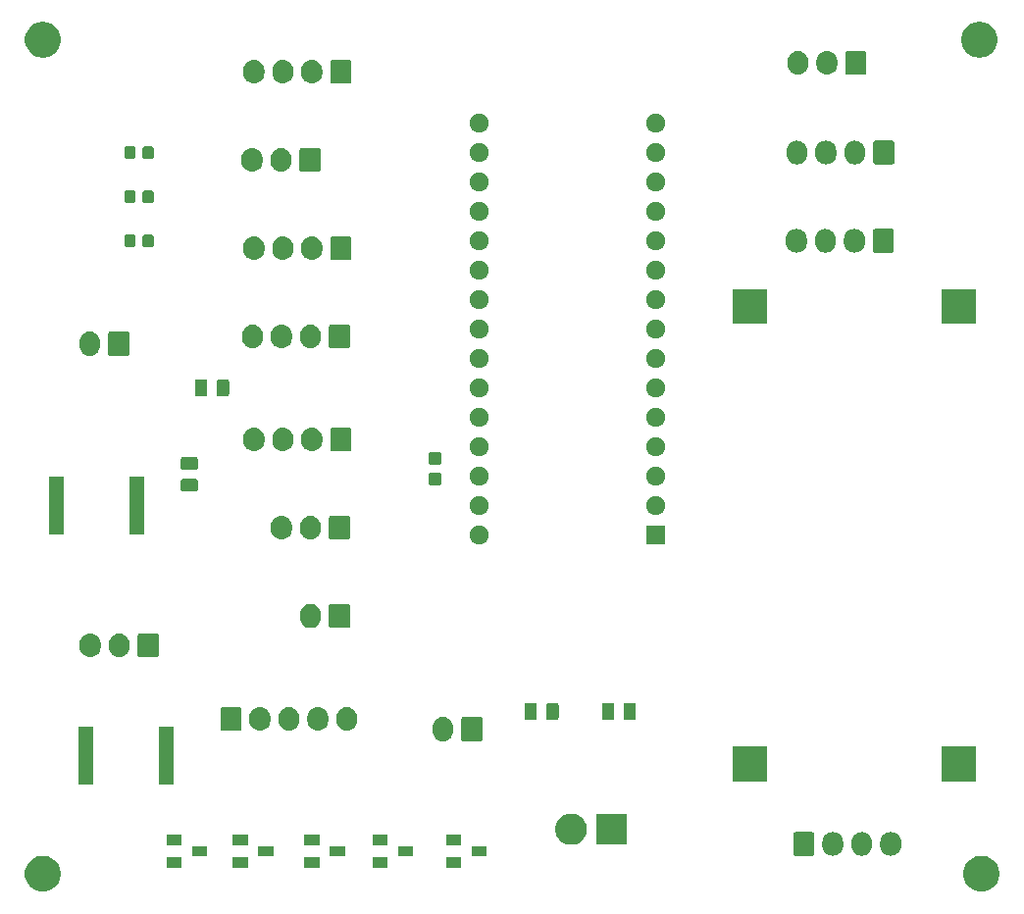
<source format=gbr>
G04 #@! TF.GenerationSoftware,KiCad,Pcbnew,5.1.5*
G04 #@! TF.CreationDate,2020-03-10T21:21:54+01:00*
G04 #@! TF.ProjectId,robotA_2020,726f626f-7441-45f3-9230-32302e6b6963,rev?*
G04 #@! TF.SameCoordinates,Original*
G04 #@! TF.FileFunction,Soldermask,Top*
G04 #@! TF.FilePolarity,Negative*
%FSLAX46Y46*%
G04 Gerber Fmt 4.6, Leading zero omitted, Abs format (unit mm)*
G04 Created by KiCad (PCBNEW 5.1.5) date 2020-03-10 21:21:54*
%MOMM*%
%LPD*%
G04 APERTURE LIST*
%ADD10C,0.100000*%
G04 APERTURE END LIST*
D10*
G36*
X204209866Y-139460359D02*
G01*
X204452410Y-139508604D01*
X204734674Y-139625521D01*
X204988705Y-139795259D01*
X205204741Y-140011295D01*
X205374479Y-140265326D01*
X205491396Y-140547590D01*
X205551000Y-140847240D01*
X205551000Y-141152760D01*
X205491396Y-141452410D01*
X205374479Y-141734674D01*
X205204741Y-141988705D01*
X204988705Y-142204741D01*
X204734674Y-142374479D01*
X204452410Y-142491396D01*
X204302585Y-142521198D01*
X204152761Y-142551000D01*
X203847239Y-142551000D01*
X203697415Y-142521198D01*
X203547590Y-142491396D01*
X203265326Y-142374479D01*
X203011295Y-142204741D01*
X202795259Y-141988705D01*
X202625521Y-141734674D01*
X202508604Y-141452410D01*
X202449000Y-141152760D01*
X202449000Y-140847240D01*
X202508604Y-140547590D01*
X202625521Y-140265326D01*
X202795259Y-140011295D01*
X203011295Y-139795259D01*
X203265326Y-139625521D01*
X203547590Y-139508604D01*
X203790134Y-139460359D01*
X203847239Y-139449000D01*
X204152761Y-139449000D01*
X204209866Y-139460359D01*
G37*
G36*
X123209866Y-139460359D02*
G01*
X123452410Y-139508604D01*
X123734674Y-139625521D01*
X123988705Y-139795259D01*
X124204741Y-140011295D01*
X124374479Y-140265326D01*
X124491396Y-140547590D01*
X124551000Y-140847240D01*
X124551000Y-141152760D01*
X124491396Y-141452410D01*
X124374479Y-141734674D01*
X124204741Y-141988705D01*
X123988705Y-142204741D01*
X123734674Y-142374479D01*
X123452410Y-142491396D01*
X123302585Y-142521198D01*
X123152761Y-142551000D01*
X122847239Y-142551000D01*
X122697415Y-142521198D01*
X122547590Y-142491396D01*
X122265326Y-142374479D01*
X122011295Y-142204741D01*
X121795259Y-141988705D01*
X121625521Y-141734674D01*
X121508604Y-141452410D01*
X121449000Y-141152760D01*
X121449000Y-140847240D01*
X121508604Y-140547590D01*
X121625521Y-140265326D01*
X121795259Y-140011295D01*
X122011295Y-139795259D01*
X122265326Y-139625521D01*
X122547590Y-139508604D01*
X122790134Y-139460359D01*
X122847239Y-139449000D01*
X123152761Y-139449000D01*
X123209866Y-139460359D01*
G37*
G36*
X134976000Y-140466000D02*
G01*
X133674000Y-140466000D01*
X133674000Y-139564000D01*
X134976000Y-139564000D01*
X134976000Y-140466000D01*
G37*
G36*
X152756000Y-140466000D02*
G01*
X151454000Y-140466000D01*
X151454000Y-139564000D01*
X152756000Y-139564000D01*
X152756000Y-140466000D01*
G37*
G36*
X159106000Y-140466000D02*
G01*
X157804000Y-140466000D01*
X157804000Y-139564000D01*
X159106000Y-139564000D01*
X159106000Y-140466000D01*
G37*
G36*
X140691000Y-140466000D02*
G01*
X139389000Y-140466000D01*
X139389000Y-139564000D01*
X140691000Y-139564000D01*
X140691000Y-140466000D01*
G37*
G36*
X146871000Y-140466000D02*
G01*
X145569000Y-140466000D01*
X145569000Y-139564000D01*
X146871000Y-139564000D01*
X146871000Y-140466000D01*
G37*
G36*
X142891000Y-139516000D02*
G01*
X141589000Y-139516000D01*
X141589000Y-138614000D01*
X142891000Y-138614000D01*
X142891000Y-139516000D01*
G37*
G36*
X137176000Y-139516000D02*
G01*
X135874000Y-139516000D01*
X135874000Y-138614000D01*
X137176000Y-138614000D01*
X137176000Y-139516000D01*
G37*
G36*
X149071000Y-139516000D02*
G01*
X147769000Y-139516000D01*
X147769000Y-138614000D01*
X149071000Y-138614000D01*
X149071000Y-139516000D01*
G37*
G36*
X154956000Y-139516000D02*
G01*
X153654000Y-139516000D01*
X153654000Y-138614000D01*
X154956000Y-138614000D01*
X154956000Y-139516000D01*
G37*
G36*
X161306000Y-139516000D02*
G01*
X160004000Y-139516000D01*
X160004000Y-138614000D01*
X161306000Y-138614000D01*
X161306000Y-139516000D01*
G37*
G36*
X196351626Y-137417037D02*
G01*
X196521465Y-137468557D01*
X196521467Y-137468558D01*
X196677989Y-137552221D01*
X196815186Y-137664814D01*
X196898448Y-137766271D01*
X196927778Y-137802009D01*
X197011443Y-137958534D01*
X197062963Y-138128373D01*
X197076000Y-138260742D01*
X197076000Y-138599257D01*
X197062963Y-138731626D01*
X197011443Y-138901466D01*
X196927778Y-139057991D01*
X196898448Y-139093729D01*
X196815186Y-139195186D01*
X196720250Y-139273097D01*
X196677991Y-139307778D01*
X196521466Y-139391443D01*
X196351627Y-139442963D01*
X196175000Y-139460359D01*
X195998374Y-139442963D01*
X195828535Y-139391443D01*
X195672010Y-139307778D01*
X195534815Y-139195185D01*
X195422222Y-139057991D01*
X195338557Y-138901466D01*
X195287037Y-138731627D01*
X195274000Y-138599258D01*
X195274000Y-138260743D01*
X195287037Y-138128374D01*
X195338557Y-137958535D01*
X195422222Y-137802010D01*
X195422223Y-137802009D01*
X195534814Y-137664814D01*
X195636271Y-137581552D01*
X195672009Y-137552222D01*
X195828534Y-137468557D01*
X195998373Y-137417037D01*
X196175000Y-137399641D01*
X196351626Y-137417037D01*
G37*
G36*
X191351626Y-137417037D02*
G01*
X191521465Y-137468557D01*
X191521467Y-137468558D01*
X191677989Y-137552221D01*
X191815186Y-137664814D01*
X191898448Y-137766271D01*
X191927778Y-137802009D01*
X192011443Y-137958534D01*
X192062963Y-138128373D01*
X192076000Y-138260742D01*
X192076000Y-138599257D01*
X192062963Y-138731626D01*
X192011443Y-138901466D01*
X191927778Y-139057991D01*
X191898448Y-139093729D01*
X191815186Y-139195186D01*
X191720250Y-139273097D01*
X191677991Y-139307778D01*
X191521466Y-139391443D01*
X191351627Y-139442963D01*
X191175000Y-139460359D01*
X190998374Y-139442963D01*
X190828535Y-139391443D01*
X190672010Y-139307778D01*
X190534815Y-139195185D01*
X190422222Y-139057991D01*
X190338557Y-138901466D01*
X190287037Y-138731627D01*
X190274000Y-138599258D01*
X190274000Y-138260743D01*
X190287037Y-138128374D01*
X190338557Y-137958535D01*
X190422222Y-137802010D01*
X190422223Y-137802009D01*
X190534814Y-137664814D01*
X190636271Y-137581552D01*
X190672009Y-137552222D01*
X190828534Y-137468557D01*
X190998373Y-137417037D01*
X191175000Y-137399641D01*
X191351626Y-137417037D01*
G37*
G36*
X193851626Y-137417037D02*
G01*
X194021465Y-137468557D01*
X194021467Y-137468558D01*
X194177989Y-137552221D01*
X194315186Y-137664814D01*
X194398448Y-137766271D01*
X194427778Y-137802009D01*
X194511443Y-137958534D01*
X194562963Y-138128373D01*
X194576000Y-138260742D01*
X194576000Y-138599257D01*
X194562963Y-138731626D01*
X194511443Y-138901466D01*
X194427778Y-139057991D01*
X194398448Y-139093729D01*
X194315186Y-139195186D01*
X194220250Y-139273097D01*
X194177991Y-139307778D01*
X194021466Y-139391443D01*
X193851627Y-139442963D01*
X193675000Y-139460359D01*
X193498374Y-139442963D01*
X193328535Y-139391443D01*
X193172010Y-139307778D01*
X193034815Y-139195185D01*
X192922222Y-139057991D01*
X192838557Y-138901466D01*
X192787037Y-138731627D01*
X192774000Y-138599258D01*
X192774000Y-138260743D01*
X192787037Y-138128374D01*
X192838557Y-137958535D01*
X192922222Y-137802010D01*
X192922223Y-137802009D01*
X193034814Y-137664814D01*
X193136271Y-137581552D01*
X193172009Y-137552222D01*
X193328534Y-137468557D01*
X193498373Y-137417037D01*
X193675000Y-137399641D01*
X193851626Y-137417037D01*
G37*
G36*
X189433600Y-137407989D02*
G01*
X189466652Y-137418015D01*
X189497103Y-137434292D01*
X189523799Y-137456201D01*
X189545708Y-137482897D01*
X189561985Y-137513348D01*
X189572011Y-137546400D01*
X189576000Y-137586903D01*
X189576000Y-139273097D01*
X189572011Y-139313600D01*
X189561985Y-139346652D01*
X189545708Y-139377103D01*
X189523799Y-139403799D01*
X189497103Y-139425708D01*
X189466652Y-139441985D01*
X189433600Y-139452011D01*
X189393097Y-139456000D01*
X187956903Y-139456000D01*
X187916400Y-139452011D01*
X187883348Y-139441985D01*
X187852897Y-139425708D01*
X187826201Y-139403799D01*
X187804292Y-139377103D01*
X187788015Y-139346652D01*
X187777989Y-139313600D01*
X187774000Y-139273097D01*
X187774000Y-137586903D01*
X187777989Y-137546400D01*
X187788015Y-137513348D01*
X187804292Y-137482897D01*
X187826201Y-137456201D01*
X187852897Y-137434292D01*
X187883348Y-137418015D01*
X187916400Y-137407989D01*
X187956903Y-137404000D01*
X189393097Y-137404000D01*
X189433600Y-137407989D01*
G37*
G36*
X152756000Y-138566000D02*
G01*
X151454000Y-138566000D01*
X151454000Y-137664000D01*
X152756000Y-137664000D01*
X152756000Y-138566000D01*
G37*
G36*
X146871000Y-138566000D02*
G01*
X145569000Y-138566000D01*
X145569000Y-137664000D01*
X146871000Y-137664000D01*
X146871000Y-138566000D01*
G37*
G36*
X134976000Y-138566000D02*
G01*
X133674000Y-138566000D01*
X133674000Y-137664000D01*
X134976000Y-137664000D01*
X134976000Y-138566000D01*
G37*
G36*
X159106000Y-138566000D02*
G01*
X157804000Y-138566000D01*
X157804000Y-137664000D01*
X159106000Y-137664000D01*
X159106000Y-138566000D01*
G37*
G36*
X140691000Y-138566000D02*
G01*
X139389000Y-138566000D01*
X139389000Y-137664000D01*
X140691000Y-137664000D01*
X140691000Y-138566000D01*
G37*
G36*
X168979072Y-135860918D02*
G01*
X169224939Y-135962759D01*
X169336328Y-136037187D01*
X169446211Y-136110609D01*
X169634391Y-136298789D01*
X169782242Y-136520063D01*
X169884082Y-136765928D01*
X169936000Y-137026937D01*
X169936000Y-137293063D01*
X169884082Y-137554072D01*
X169836478Y-137669000D01*
X169782241Y-137799939D01*
X169707813Y-137911328D01*
X169634391Y-138021211D01*
X169446211Y-138209391D01*
X169336328Y-138282813D01*
X169224939Y-138357241D01*
X169224938Y-138357242D01*
X169224937Y-138357242D01*
X168979072Y-138459082D01*
X168718063Y-138511000D01*
X168451937Y-138511000D01*
X168190928Y-138459082D01*
X167945063Y-138357242D01*
X167945062Y-138357242D01*
X167945061Y-138357241D01*
X167833672Y-138282813D01*
X167723789Y-138209391D01*
X167535609Y-138021211D01*
X167462187Y-137911328D01*
X167387759Y-137799939D01*
X167333523Y-137669000D01*
X167285918Y-137554072D01*
X167234000Y-137293063D01*
X167234000Y-137026937D01*
X167285918Y-136765928D01*
X167387758Y-136520063D01*
X167535609Y-136298789D01*
X167723789Y-136110609D01*
X167833672Y-136037187D01*
X167945061Y-135962759D01*
X168190928Y-135860918D01*
X168451937Y-135809000D01*
X168718063Y-135809000D01*
X168979072Y-135860918D01*
G37*
G36*
X173436000Y-138511000D02*
G01*
X170734000Y-138511000D01*
X170734000Y-135809000D01*
X173436000Y-135809000D01*
X173436000Y-138511000D01*
G37*
G36*
X134276000Y-133336000D02*
G01*
X132974000Y-133336000D01*
X132974000Y-128284000D01*
X134276000Y-128284000D01*
X134276000Y-133336000D01*
G37*
G36*
X127376000Y-133336000D02*
G01*
X126074000Y-133336000D01*
X126074000Y-128284000D01*
X127376000Y-128284000D01*
X127376000Y-133336000D01*
G37*
G36*
X185541000Y-133011000D02*
G01*
X182539000Y-133011000D01*
X182539000Y-130009000D01*
X185541000Y-130009000D01*
X185541000Y-133011000D01*
G37*
G36*
X203541000Y-133011000D02*
G01*
X200539000Y-133011000D01*
X200539000Y-130009000D01*
X203541000Y-130009000D01*
X203541000Y-133011000D01*
G37*
G36*
X157696627Y-127486037D02*
G01*
X157866466Y-127537557D01*
X158022991Y-127621222D01*
X158058729Y-127650552D01*
X158160186Y-127733814D01*
X158243448Y-127835271D01*
X158272778Y-127871009D01*
X158356443Y-128027534D01*
X158407963Y-128197374D01*
X158421000Y-128329743D01*
X158421000Y-128718258D01*
X158407963Y-128850627D01*
X158356443Y-129020466D01*
X158272778Y-129176991D01*
X158243448Y-129212729D01*
X158160186Y-129314186D01*
X158022989Y-129426779D01*
X157866467Y-129510442D01*
X157866465Y-129510443D01*
X157696626Y-129561963D01*
X157520000Y-129579359D01*
X157343373Y-129561963D01*
X157173534Y-129510443D01*
X157017009Y-129426778D01*
X156974750Y-129392097D01*
X156879814Y-129314186D01*
X156767221Y-129176989D01*
X156683558Y-129020467D01*
X156683557Y-129020465D01*
X156632037Y-128850626D01*
X156619000Y-128718257D01*
X156619000Y-128329742D01*
X156632037Y-128197373D01*
X156683557Y-128027534D01*
X156767222Y-127871009D01*
X156879815Y-127733815D01*
X157017010Y-127621222D01*
X157173535Y-127537557D01*
X157343374Y-127486037D01*
X157520000Y-127468641D01*
X157696627Y-127486037D01*
G37*
G36*
X160778600Y-127476989D02*
G01*
X160811652Y-127487015D01*
X160842103Y-127503292D01*
X160868799Y-127525201D01*
X160890708Y-127551897D01*
X160906985Y-127582348D01*
X160917011Y-127615400D01*
X160921000Y-127655903D01*
X160921000Y-129392097D01*
X160917011Y-129432600D01*
X160906985Y-129465652D01*
X160890708Y-129496103D01*
X160868799Y-129522799D01*
X160842103Y-129544708D01*
X160811652Y-129560985D01*
X160778600Y-129571011D01*
X160738097Y-129575000D01*
X159301903Y-129575000D01*
X159261400Y-129571011D01*
X159228348Y-129560985D01*
X159197897Y-129544708D01*
X159171201Y-129522799D01*
X159149292Y-129496103D01*
X159133015Y-129465652D01*
X159122989Y-129432600D01*
X159119000Y-129392097D01*
X159119000Y-127655903D01*
X159122989Y-127615400D01*
X159133015Y-127582348D01*
X159149292Y-127551897D01*
X159171201Y-127525201D01*
X159197897Y-127503292D01*
X159228348Y-127487015D01*
X159261400Y-127476989D01*
X159301903Y-127473000D01*
X160738097Y-127473000D01*
X160778600Y-127476989D01*
G37*
G36*
X149401626Y-126622037D02*
G01*
X149571465Y-126673557D01*
X149571467Y-126673558D01*
X149727989Y-126757221D01*
X149865186Y-126869814D01*
X149948448Y-126971271D01*
X149977778Y-127007009D01*
X150061443Y-127163534D01*
X150112963Y-127333373D01*
X150126000Y-127465742D01*
X150126000Y-127804257D01*
X150112963Y-127936626D01*
X150061443Y-128106466D01*
X149977778Y-128262991D01*
X149960536Y-128284000D01*
X149865186Y-128400186D01*
X149770250Y-128478097D01*
X149727991Y-128512778D01*
X149571466Y-128596443D01*
X149401627Y-128647963D01*
X149225000Y-128665359D01*
X149048374Y-128647963D01*
X148878535Y-128596443D01*
X148722010Y-128512778D01*
X148584815Y-128400185D01*
X148472222Y-128262991D01*
X148388557Y-128106466D01*
X148337037Y-127936627D01*
X148324000Y-127804258D01*
X148324000Y-127465743D01*
X148337037Y-127333374D01*
X148388557Y-127163535D01*
X148472222Y-127007010D01*
X148472223Y-127007009D01*
X148584814Y-126869814D01*
X148686271Y-126786552D01*
X148722009Y-126757222D01*
X148878534Y-126673557D01*
X149048373Y-126622037D01*
X149225000Y-126604641D01*
X149401626Y-126622037D01*
G37*
G36*
X146901626Y-126622037D02*
G01*
X147071465Y-126673557D01*
X147071467Y-126673558D01*
X147227989Y-126757221D01*
X147365186Y-126869814D01*
X147448448Y-126971271D01*
X147477778Y-127007009D01*
X147561443Y-127163534D01*
X147612963Y-127333373D01*
X147626000Y-127465742D01*
X147626000Y-127804257D01*
X147612963Y-127936626D01*
X147561443Y-128106466D01*
X147477778Y-128262991D01*
X147460536Y-128284000D01*
X147365186Y-128400186D01*
X147270250Y-128478097D01*
X147227991Y-128512778D01*
X147071466Y-128596443D01*
X146901627Y-128647963D01*
X146725000Y-128665359D01*
X146548374Y-128647963D01*
X146378535Y-128596443D01*
X146222010Y-128512778D01*
X146084815Y-128400185D01*
X145972222Y-128262991D01*
X145888557Y-128106466D01*
X145837037Y-127936627D01*
X145824000Y-127804258D01*
X145824000Y-127465743D01*
X145837037Y-127333374D01*
X145888557Y-127163535D01*
X145972222Y-127007010D01*
X145972223Y-127007009D01*
X146084814Y-126869814D01*
X146186271Y-126786552D01*
X146222009Y-126757222D01*
X146378534Y-126673557D01*
X146548373Y-126622037D01*
X146725000Y-126604641D01*
X146901626Y-126622037D01*
G37*
G36*
X141901626Y-126622037D02*
G01*
X142071465Y-126673557D01*
X142071467Y-126673558D01*
X142227989Y-126757221D01*
X142365186Y-126869814D01*
X142448448Y-126971271D01*
X142477778Y-127007009D01*
X142561443Y-127163534D01*
X142612963Y-127333373D01*
X142626000Y-127465742D01*
X142626000Y-127804257D01*
X142612963Y-127936626D01*
X142561443Y-128106466D01*
X142477778Y-128262991D01*
X142460536Y-128284000D01*
X142365186Y-128400186D01*
X142270250Y-128478097D01*
X142227991Y-128512778D01*
X142071466Y-128596443D01*
X141901627Y-128647963D01*
X141725000Y-128665359D01*
X141548374Y-128647963D01*
X141378535Y-128596443D01*
X141222010Y-128512778D01*
X141084815Y-128400185D01*
X140972222Y-128262991D01*
X140888557Y-128106466D01*
X140837037Y-127936627D01*
X140824000Y-127804258D01*
X140824000Y-127465743D01*
X140837037Y-127333374D01*
X140888557Y-127163535D01*
X140972222Y-127007010D01*
X140972223Y-127007009D01*
X141084814Y-126869814D01*
X141186271Y-126786552D01*
X141222009Y-126757222D01*
X141378534Y-126673557D01*
X141548373Y-126622037D01*
X141725000Y-126604641D01*
X141901626Y-126622037D01*
G37*
G36*
X144401626Y-126622037D02*
G01*
X144571465Y-126673557D01*
X144571467Y-126673558D01*
X144727989Y-126757221D01*
X144865186Y-126869814D01*
X144948448Y-126971271D01*
X144977778Y-127007009D01*
X145061443Y-127163534D01*
X145112963Y-127333373D01*
X145126000Y-127465742D01*
X145126000Y-127804257D01*
X145112963Y-127936626D01*
X145061443Y-128106466D01*
X144977778Y-128262991D01*
X144960536Y-128284000D01*
X144865186Y-128400186D01*
X144770250Y-128478097D01*
X144727991Y-128512778D01*
X144571466Y-128596443D01*
X144401627Y-128647963D01*
X144225000Y-128665359D01*
X144048374Y-128647963D01*
X143878535Y-128596443D01*
X143722010Y-128512778D01*
X143584815Y-128400185D01*
X143472222Y-128262991D01*
X143388557Y-128106466D01*
X143337037Y-127936627D01*
X143324000Y-127804258D01*
X143324000Y-127465743D01*
X143337037Y-127333374D01*
X143388557Y-127163535D01*
X143472222Y-127007010D01*
X143472223Y-127007009D01*
X143584814Y-126869814D01*
X143686271Y-126786552D01*
X143722009Y-126757222D01*
X143878534Y-126673557D01*
X144048373Y-126622037D01*
X144225000Y-126604641D01*
X144401626Y-126622037D01*
G37*
G36*
X139983600Y-126612989D02*
G01*
X140016652Y-126623015D01*
X140047103Y-126639292D01*
X140073799Y-126661201D01*
X140095708Y-126687897D01*
X140111985Y-126718348D01*
X140122011Y-126751400D01*
X140126000Y-126791903D01*
X140126000Y-128478097D01*
X140122011Y-128518600D01*
X140111985Y-128551652D01*
X140095708Y-128582103D01*
X140073799Y-128608799D01*
X140047103Y-128630708D01*
X140016652Y-128646985D01*
X139983600Y-128657011D01*
X139943097Y-128661000D01*
X138506903Y-128661000D01*
X138466400Y-128657011D01*
X138433348Y-128646985D01*
X138402897Y-128630708D01*
X138376201Y-128608799D01*
X138354292Y-128582103D01*
X138338015Y-128551652D01*
X138327989Y-128518600D01*
X138324000Y-128478097D01*
X138324000Y-126791903D01*
X138327989Y-126751400D01*
X138338015Y-126718348D01*
X138354292Y-126687897D01*
X138376201Y-126661201D01*
X138402897Y-126639292D01*
X138433348Y-126623015D01*
X138466400Y-126612989D01*
X138506903Y-126609000D01*
X139943097Y-126609000D01*
X139983600Y-126612989D01*
G37*
G36*
X165471968Y-126253565D02*
G01*
X165510638Y-126265296D01*
X165546277Y-126284346D01*
X165577517Y-126309983D01*
X165603154Y-126341223D01*
X165622204Y-126376862D01*
X165633935Y-126415532D01*
X165638500Y-126461888D01*
X165638500Y-127538112D01*
X165633935Y-127584468D01*
X165622204Y-127623138D01*
X165603154Y-127658777D01*
X165577517Y-127690017D01*
X165546277Y-127715654D01*
X165510638Y-127734704D01*
X165471968Y-127746435D01*
X165425612Y-127751000D01*
X164774388Y-127751000D01*
X164728032Y-127746435D01*
X164689362Y-127734704D01*
X164653723Y-127715654D01*
X164622483Y-127690017D01*
X164596846Y-127658777D01*
X164577796Y-127623138D01*
X164566065Y-127584468D01*
X164561500Y-127538112D01*
X164561500Y-126461888D01*
X164566065Y-126415532D01*
X164577796Y-126376862D01*
X164596846Y-126341223D01*
X164622483Y-126309983D01*
X164653723Y-126284346D01*
X164689362Y-126265296D01*
X164728032Y-126253565D01*
X164774388Y-126249000D01*
X165425612Y-126249000D01*
X165471968Y-126253565D01*
G37*
G36*
X167346968Y-126253565D02*
G01*
X167385638Y-126265296D01*
X167421277Y-126284346D01*
X167452517Y-126309983D01*
X167478154Y-126341223D01*
X167497204Y-126376862D01*
X167508935Y-126415532D01*
X167513500Y-126461888D01*
X167513500Y-127538112D01*
X167508935Y-127584468D01*
X167497204Y-127623138D01*
X167478154Y-127658777D01*
X167452517Y-127690017D01*
X167421277Y-127715654D01*
X167385638Y-127734704D01*
X167346968Y-127746435D01*
X167300612Y-127751000D01*
X166649388Y-127751000D01*
X166603032Y-127746435D01*
X166564362Y-127734704D01*
X166528723Y-127715654D01*
X166497483Y-127690017D01*
X166471846Y-127658777D01*
X166452796Y-127623138D01*
X166441065Y-127584468D01*
X166436500Y-127538112D01*
X166436500Y-126461888D01*
X166441065Y-126415532D01*
X166452796Y-126376862D01*
X166471846Y-126341223D01*
X166497483Y-126309983D01*
X166528723Y-126284346D01*
X166564362Y-126265296D01*
X166603032Y-126253565D01*
X166649388Y-126249000D01*
X167300612Y-126249000D01*
X167346968Y-126253565D01*
G37*
G36*
X174029468Y-126253565D02*
G01*
X174068138Y-126265296D01*
X174103777Y-126284346D01*
X174135017Y-126309983D01*
X174160654Y-126341223D01*
X174179704Y-126376862D01*
X174191435Y-126415532D01*
X174196000Y-126461888D01*
X174196000Y-127538112D01*
X174191435Y-127584468D01*
X174179704Y-127623138D01*
X174160654Y-127658777D01*
X174135017Y-127690017D01*
X174103777Y-127715654D01*
X174068138Y-127734704D01*
X174029468Y-127746435D01*
X173983112Y-127751000D01*
X173331888Y-127751000D01*
X173285532Y-127746435D01*
X173246862Y-127734704D01*
X173211223Y-127715654D01*
X173179983Y-127690017D01*
X173154346Y-127658777D01*
X173135296Y-127623138D01*
X173123565Y-127584468D01*
X173119000Y-127538112D01*
X173119000Y-126461888D01*
X173123565Y-126415532D01*
X173135296Y-126376862D01*
X173154346Y-126341223D01*
X173179983Y-126309983D01*
X173211223Y-126284346D01*
X173246862Y-126265296D01*
X173285532Y-126253565D01*
X173331888Y-126249000D01*
X173983112Y-126249000D01*
X174029468Y-126253565D01*
G37*
G36*
X172154468Y-126253565D02*
G01*
X172193138Y-126265296D01*
X172228777Y-126284346D01*
X172260017Y-126309983D01*
X172285654Y-126341223D01*
X172304704Y-126376862D01*
X172316435Y-126415532D01*
X172321000Y-126461888D01*
X172321000Y-127538112D01*
X172316435Y-127584468D01*
X172304704Y-127623138D01*
X172285654Y-127658777D01*
X172260017Y-127690017D01*
X172228777Y-127715654D01*
X172193138Y-127734704D01*
X172154468Y-127746435D01*
X172108112Y-127751000D01*
X171456888Y-127751000D01*
X171410532Y-127746435D01*
X171371862Y-127734704D01*
X171336223Y-127715654D01*
X171304983Y-127690017D01*
X171279346Y-127658777D01*
X171260296Y-127623138D01*
X171248565Y-127584468D01*
X171244000Y-127538112D01*
X171244000Y-126461888D01*
X171248565Y-126415532D01*
X171260296Y-126376862D01*
X171279346Y-126341223D01*
X171304983Y-126309983D01*
X171336223Y-126284346D01*
X171371862Y-126265296D01*
X171410532Y-126253565D01*
X171456888Y-126249000D01*
X172108112Y-126249000D01*
X172154468Y-126253565D01*
G37*
G36*
X127256627Y-120272037D02*
G01*
X127426466Y-120323557D01*
X127582991Y-120407222D01*
X127618729Y-120436552D01*
X127720186Y-120519814D01*
X127803448Y-120621271D01*
X127832778Y-120657009D01*
X127916443Y-120813534D01*
X127967963Y-120983374D01*
X127981000Y-121115743D01*
X127981000Y-121454258D01*
X127967963Y-121586627D01*
X127916443Y-121756466D01*
X127832778Y-121912991D01*
X127803448Y-121948729D01*
X127720186Y-122050186D01*
X127582989Y-122162779D01*
X127426467Y-122246442D01*
X127426465Y-122246443D01*
X127256626Y-122297963D01*
X127080000Y-122315359D01*
X126903373Y-122297963D01*
X126733534Y-122246443D01*
X126577009Y-122162778D01*
X126534750Y-122128097D01*
X126439814Y-122050186D01*
X126327221Y-121912989D01*
X126243558Y-121756467D01*
X126243557Y-121756465D01*
X126192037Y-121586626D01*
X126179000Y-121454257D01*
X126179000Y-121115742D01*
X126192037Y-120983373D01*
X126243557Y-120813534D01*
X126327222Y-120657009D01*
X126439815Y-120519815D01*
X126577010Y-120407222D01*
X126733535Y-120323557D01*
X126903374Y-120272037D01*
X127080000Y-120254641D01*
X127256627Y-120272037D01*
G37*
G36*
X129756627Y-120272037D02*
G01*
X129926466Y-120323557D01*
X130082991Y-120407222D01*
X130118729Y-120436552D01*
X130220186Y-120519814D01*
X130303448Y-120621271D01*
X130332778Y-120657009D01*
X130416443Y-120813534D01*
X130467963Y-120983374D01*
X130481000Y-121115743D01*
X130481000Y-121454258D01*
X130467963Y-121586627D01*
X130416443Y-121756466D01*
X130332778Y-121912991D01*
X130303448Y-121948729D01*
X130220186Y-122050186D01*
X130082989Y-122162779D01*
X129926467Y-122246442D01*
X129926465Y-122246443D01*
X129756626Y-122297963D01*
X129580000Y-122315359D01*
X129403373Y-122297963D01*
X129233534Y-122246443D01*
X129077009Y-122162778D01*
X129034750Y-122128097D01*
X128939814Y-122050186D01*
X128827221Y-121912989D01*
X128743558Y-121756467D01*
X128743557Y-121756465D01*
X128692037Y-121586626D01*
X128679000Y-121454257D01*
X128679000Y-121115742D01*
X128692037Y-120983373D01*
X128743557Y-120813534D01*
X128827222Y-120657009D01*
X128939815Y-120519815D01*
X129077010Y-120407222D01*
X129233535Y-120323557D01*
X129403374Y-120272037D01*
X129580000Y-120254641D01*
X129756627Y-120272037D01*
G37*
G36*
X132838600Y-120262989D02*
G01*
X132871652Y-120273015D01*
X132902103Y-120289292D01*
X132928799Y-120311201D01*
X132950708Y-120337897D01*
X132966985Y-120368348D01*
X132977011Y-120401400D01*
X132981000Y-120441903D01*
X132981000Y-122128097D01*
X132977011Y-122168600D01*
X132966985Y-122201652D01*
X132950708Y-122232103D01*
X132928799Y-122258799D01*
X132902103Y-122280708D01*
X132871652Y-122296985D01*
X132838600Y-122307011D01*
X132798097Y-122311000D01*
X131361903Y-122311000D01*
X131321400Y-122307011D01*
X131288348Y-122296985D01*
X131257897Y-122280708D01*
X131231201Y-122258799D01*
X131209292Y-122232103D01*
X131193015Y-122201652D01*
X131182989Y-122168600D01*
X131179000Y-122128097D01*
X131179000Y-120441903D01*
X131182989Y-120401400D01*
X131193015Y-120368348D01*
X131209292Y-120337897D01*
X131231201Y-120311201D01*
X131257897Y-120289292D01*
X131288348Y-120273015D01*
X131321400Y-120262989D01*
X131361903Y-120259000D01*
X132798097Y-120259000D01*
X132838600Y-120262989D01*
G37*
G36*
X146266627Y-117707037D02*
G01*
X146436466Y-117758557D01*
X146592991Y-117842222D01*
X146628729Y-117871552D01*
X146730186Y-117954814D01*
X146813448Y-118056271D01*
X146842778Y-118092009D01*
X146926443Y-118248534D01*
X146977963Y-118418374D01*
X146991000Y-118550743D01*
X146991000Y-118939258D01*
X146977963Y-119071627D01*
X146926443Y-119241466D01*
X146842778Y-119397991D01*
X146813448Y-119433729D01*
X146730186Y-119535186D01*
X146592989Y-119647779D01*
X146436467Y-119731442D01*
X146436465Y-119731443D01*
X146266626Y-119782963D01*
X146090000Y-119800359D01*
X145913373Y-119782963D01*
X145743534Y-119731443D01*
X145587009Y-119647778D01*
X145544750Y-119613097D01*
X145449814Y-119535186D01*
X145337221Y-119397989D01*
X145253558Y-119241467D01*
X145253557Y-119241465D01*
X145202037Y-119071626D01*
X145189000Y-118939257D01*
X145189000Y-118550742D01*
X145202037Y-118418373D01*
X145253557Y-118248534D01*
X145337222Y-118092009D01*
X145449815Y-117954815D01*
X145587010Y-117842222D01*
X145743535Y-117758557D01*
X145913374Y-117707037D01*
X146090000Y-117689641D01*
X146266627Y-117707037D01*
G37*
G36*
X149348600Y-117697989D02*
G01*
X149381652Y-117708015D01*
X149412103Y-117724292D01*
X149438799Y-117746201D01*
X149460708Y-117772897D01*
X149476985Y-117803348D01*
X149487011Y-117836400D01*
X149491000Y-117876903D01*
X149491000Y-119613097D01*
X149487011Y-119653600D01*
X149476985Y-119686652D01*
X149460708Y-119717103D01*
X149438799Y-119743799D01*
X149412103Y-119765708D01*
X149381652Y-119781985D01*
X149348600Y-119792011D01*
X149308097Y-119796000D01*
X147871903Y-119796000D01*
X147831400Y-119792011D01*
X147798348Y-119781985D01*
X147767897Y-119765708D01*
X147741201Y-119743799D01*
X147719292Y-119717103D01*
X147703015Y-119686652D01*
X147692989Y-119653600D01*
X147689000Y-119613097D01*
X147689000Y-117876903D01*
X147692989Y-117836400D01*
X147703015Y-117803348D01*
X147719292Y-117772897D01*
X147741201Y-117746201D01*
X147767897Y-117724292D01*
X147798348Y-117708015D01*
X147831400Y-117697989D01*
X147871903Y-117694000D01*
X149308097Y-117694000D01*
X149348600Y-117697989D01*
G37*
G36*
X176708000Y-112573000D02*
G01*
X175082000Y-112573000D01*
X175082000Y-110947000D01*
X176708000Y-110947000D01*
X176708000Y-112573000D01*
G37*
G36*
X160892142Y-110978242D02*
G01*
X161040101Y-111039529D01*
X161173255Y-111128499D01*
X161286501Y-111241745D01*
X161375471Y-111374899D01*
X161436758Y-111522858D01*
X161468000Y-111679925D01*
X161468000Y-111840075D01*
X161436758Y-111997142D01*
X161375471Y-112145101D01*
X161286501Y-112278255D01*
X161173255Y-112391501D01*
X161040101Y-112480471D01*
X160892142Y-112541758D01*
X160735075Y-112573000D01*
X160574925Y-112573000D01*
X160417858Y-112541758D01*
X160269899Y-112480471D01*
X160136745Y-112391501D01*
X160023499Y-112278255D01*
X159934529Y-112145101D01*
X159873242Y-111997142D01*
X159842000Y-111840075D01*
X159842000Y-111679925D01*
X159873242Y-111522858D01*
X159934529Y-111374899D01*
X160023499Y-111241745D01*
X160136745Y-111128499D01*
X160269899Y-111039529D01*
X160417858Y-110978242D01*
X160574925Y-110947000D01*
X160735075Y-110947000D01*
X160892142Y-110978242D01*
G37*
G36*
X146266627Y-110112037D02*
G01*
X146436466Y-110163557D01*
X146592991Y-110247222D01*
X146628729Y-110276552D01*
X146730186Y-110359814D01*
X146800916Y-110446000D01*
X146842778Y-110497009D01*
X146926443Y-110653534D01*
X146977963Y-110823374D01*
X146991000Y-110955743D01*
X146991000Y-111294258D01*
X146977963Y-111426627D01*
X146926443Y-111596466D01*
X146842778Y-111752991D01*
X146813448Y-111788729D01*
X146730186Y-111890186D01*
X146592989Y-112002779D01*
X146436467Y-112086442D01*
X146436465Y-112086443D01*
X146266626Y-112137963D01*
X146090000Y-112155359D01*
X145913373Y-112137963D01*
X145743534Y-112086443D01*
X145587009Y-112002778D01*
X145544750Y-111968097D01*
X145449814Y-111890186D01*
X145337221Y-111752989D01*
X145253558Y-111596467D01*
X145231229Y-111522858D01*
X145202037Y-111426626D01*
X145189000Y-111294257D01*
X145189000Y-110955742D01*
X145202037Y-110823373D01*
X145253557Y-110653534D01*
X145337222Y-110497009D01*
X145449815Y-110359815D01*
X145587010Y-110247222D01*
X145743535Y-110163557D01*
X145913374Y-110112037D01*
X146090000Y-110094641D01*
X146266627Y-110112037D01*
G37*
G36*
X143766627Y-110112037D02*
G01*
X143936466Y-110163557D01*
X144092991Y-110247222D01*
X144128729Y-110276552D01*
X144230186Y-110359814D01*
X144300916Y-110446000D01*
X144342778Y-110497009D01*
X144426443Y-110653534D01*
X144477963Y-110823374D01*
X144491000Y-110955743D01*
X144491000Y-111294258D01*
X144477963Y-111426627D01*
X144426443Y-111596466D01*
X144342778Y-111752991D01*
X144313448Y-111788729D01*
X144230186Y-111890186D01*
X144092989Y-112002779D01*
X143936467Y-112086442D01*
X143936465Y-112086443D01*
X143766626Y-112137963D01*
X143590000Y-112155359D01*
X143413373Y-112137963D01*
X143243534Y-112086443D01*
X143087009Y-112002778D01*
X143044750Y-111968097D01*
X142949814Y-111890186D01*
X142837221Y-111752989D01*
X142753558Y-111596467D01*
X142731229Y-111522858D01*
X142702037Y-111426626D01*
X142689000Y-111294257D01*
X142689000Y-110955742D01*
X142702037Y-110823373D01*
X142753557Y-110653534D01*
X142837222Y-110497009D01*
X142949815Y-110359815D01*
X143087010Y-110247222D01*
X143243535Y-110163557D01*
X143413374Y-110112037D01*
X143590000Y-110094641D01*
X143766627Y-110112037D01*
G37*
G36*
X149348600Y-110102989D02*
G01*
X149381652Y-110113015D01*
X149412103Y-110129292D01*
X149438799Y-110151201D01*
X149460708Y-110177897D01*
X149476985Y-110208348D01*
X149487011Y-110241400D01*
X149491000Y-110281903D01*
X149491000Y-111968097D01*
X149487011Y-112008600D01*
X149476985Y-112041652D01*
X149460708Y-112072103D01*
X149438799Y-112098799D01*
X149412103Y-112120708D01*
X149381652Y-112136985D01*
X149348600Y-112147011D01*
X149308097Y-112151000D01*
X147871903Y-112151000D01*
X147831400Y-112147011D01*
X147798348Y-112136985D01*
X147767897Y-112120708D01*
X147741201Y-112098799D01*
X147719292Y-112072103D01*
X147703015Y-112041652D01*
X147692989Y-112008600D01*
X147689000Y-111968097D01*
X147689000Y-110281903D01*
X147692989Y-110241400D01*
X147703015Y-110208348D01*
X147719292Y-110177897D01*
X147741201Y-110151201D01*
X147767897Y-110129292D01*
X147798348Y-110113015D01*
X147831400Y-110102989D01*
X147871903Y-110099000D01*
X149308097Y-110099000D01*
X149348600Y-110102989D01*
G37*
G36*
X131736000Y-111746000D02*
G01*
X130434000Y-111746000D01*
X130434000Y-106694000D01*
X131736000Y-106694000D01*
X131736000Y-111746000D01*
G37*
G36*
X124836000Y-111746000D02*
G01*
X123534000Y-111746000D01*
X123534000Y-106694000D01*
X124836000Y-106694000D01*
X124836000Y-111746000D01*
G37*
G36*
X176132142Y-108438242D02*
G01*
X176280101Y-108499529D01*
X176413255Y-108588499D01*
X176526501Y-108701745D01*
X176615471Y-108834899D01*
X176676758Y-108982858D01*
X176708000Y-109139925D01*
X176708000Y-109300075D01*
X176676758Y-109457142D01*
X176615471Y-109605101D01*
X176526501Y-109738255D01*
X176413255Y-109851501D01*
X176280101Y-109940471D01*
X176132142Y-110001758D01*
X175975075Y-110033000D01*
X175814925Y-110033000D01*
X175657858Y-110001758D01*
X175509899Y-109940471D01*
X175376745Y-109851501D01*
X175263499Y-109738255D01*
X175174529Y-109605101D01*
X175113242Y-109457142D01*
X175082000Y-109300075D01*
X175082000Y-109139925D01*
X175113242Y-108982858D01*
X175174529Y-108834899D01*
X175263499Y-108701745D01*
X175376745Y-108588499D01*
X175509899Y-108499529D01*
X175657858Y-108438242D01*
X175814925Y-108407000D01*
X175975075Y-108407000D01*
X176132142Y-108438242D01*
G37*
G36*
X160892142Y-108438242D02*
G01*
X161040101Y-108499529D01*
X161173255Y-108588499D01*
X161286501Y-108701745D01*
X161375471Y-108834899D01*
X161436758Y-108982858D01*
X161468000Y-109139925D01*
X161468000Y-109300075D01*
X161436758Y-109457142D01*
X161375471Y-109605101D01*
X161286501Y-109738255D01*
X161173255Y-109851501D01*
X161040101Y-109940471D01*
X160892142Y-110001758D01*
X160735075Y-110033000D01*
X160574925Y-110033000D01*
X160417858Y-110001758D01*
X160269899Y-109940471D01*
X160136745Y-109851501D01*
X160023499Y-109738255D01*
X159934529Y-109605101D01*
X159873242Y-109457142D01*
X159842000Y-109300075D01*
X159842000Y-109139925D01*
X159873242Y-108982858D01*
X159934529Y-108834899D01*
X160023499Y-108701745D01*
X160136745Y-108588499D01*
X160269899Y-108499529D01*
X160417858Y-108438242D01*
X160574925Y-108407000D01*
X160735075Y-108407000D01*
X160892142Y-108438242D01*
G37*
G36*
X136220468Y-106908065D02*
G01*
X136259138Y-106919796D01*
X136294777Y-106938846D01*
X136326017Y-106964483D01*
X136351654Y-106995723D01*
X136370704Y-107031362D01*
X136382435Y-107070032D01*
X136387000Y-107116388D01*
X136387000Y-107767612D01*
X136382435Y-107813968D01*
X136370704Y-107852638D01*
X136351654Y-107888277D01*
X136326017Y-107919517D01*
X136294777Y-107945154D01*
X136259138Y-107964204D01*
X136220468Y-107975935D01*
X136174112Y-107980500D01*
X135097888Y-107980500D01*
X135051532Y-107975935D01*
X135012862Y-107964204D01*
X134977223Y-107945154D01*
X134945983Y-107919517D01*
X134920346Y-107888277D01*
X134901296Y-107852638D01*
X134889565Y-107813968D01*
X134885000Y-107767612D01*
X134885000Y-107116388D01*
X134889565Y-107070032D01*
X134901296Y-107031362D01*
X134920346Y-106995723D01*
X134945983Y-106964483D01*
X134977223Y-106938846D01*
X135012862Y-106919796D01*
X135051532Y-106908065D01*
X135097888Y-106903500D01*
X136174112Y-106903500D01*
X136220468Y-106908065D01*
G37*
G36*
X157209499Y-106348445D02*
G01*
X157246995Y-106359820D01*
X157281554Y-106378292D01*
X157311847Y-106403153D01*
X157336708Y-106433446D01*
X157355180Y-106468005D01*
X157366555Y-106505501D01*
X157371000Y-106550638D01*
X157371000Y-107289362D01*
X157366555Y-107334499D01*
X157355180Y-107371995D01*
X157336708Y-107406554D01*
X157311847Y-107436847D01*
X157281554Y-107461708D01*
X157246995Y-107480180D01*
X157209499Y-107491555D01*
X157164362Y-107496000D01*
X156525638Y-107496000D01*
X156480501Y-107491555D01*
X156443005Y-107480180D01*
X156408446Y-107461708D01*
X156378153Y-107436847D01*
X156353292Y-107406554D01*
X156334820Y-107371995D01*
X156323445Y-107334499D01*
X156319000Y-107289362D01*
X156319000Y-106550638D01*
X156323445Y-106505501D01*
X156334820Y-106468005D01*
X156353292Y-106433446D01*
X156378153Y-106403153D01*
X156408446Y-106378292D01*
X156443005Y-106359820D01*
X156480501Y-106348445D01*
X156525638Y-106344000D01*
X157164362Y-106344000D01*
X157209499Y-106348445D01*
G37*
G36*
X176132142Y-105898242D02*
G01*
X176280101Y-105959529D01*
X176413255Y-106048499D01*
X176526501Y-106161745D01*
X176615471Y-106294899D01*
X176676758Y-106442858D01*
X176708000Y-106599925D01*
X176708000Y-106760075D01*
X176676758Y-106917142D01*
X176615471Y-107065101D01*
X176526501Y-107198255D01*
X176413255Y-107311501D01*
X176280101Y-107400471D01*
X176132142Y-107461758D01*
X175975075Y-107493000D01*
X175814925Y-107493000D01*
X175657858Y-107461758D01*
X175509899Y-107400471D01*
X175376745Y-107311501D01*
X175263499Y-107198255D01*
X175174529Y-107065101D01*
X175113242Y-106917142D01*
X175082000Y-106760075D01*
X175082000Y-106599925D01*
X175113242Y-106442858D01*
X175174529Y-106294899D01*
X175263499Y-106161745D01*
X175376745Y-106048499D01*
X175509899Y-105959529D01*
X175657858Y-105898242D01*
X175814925Y-105867000D01*
X175975075Y-105867000D01*
X176132142Y-105898242D01*
G37*
G36*
X160892142Y-105898242D02*
G01*
X161040101Y-105959529D01*
X161173255Y-106048499D01*
X161286501Y-106161745D01*
X161375471Y-106294899D01*
X161436758Y-106442858D01*
X161468000Y-106599925D01*
X161468000Y-106760075D01*
X161436758Y-106917142D01*
X161375471Y-107065101D01*
X161286501Y-107198255D01*
X161173255Y-107311501D01*
X161040101Y-107400471D01*
X160892142Y-107461758D01*
X160735075Y-107493000D01*
X160574925Y-107493000D01*
X160417858Y-107461758D01*
X160269899Y-107400471D01*
X160136745Y-107311501D01*
X160023499Y-107198255D01*
X159934529Y-107065101D01*
X159873242Y-106917142D01*
X159842000Y-106760075D01*
X159842000Y-106599925D01*
X159873242Y-106442858D01*
X159934529Y-106294899D01*
X160023499Y-106161745D01*
X160136745Y-106048499D01*
X160269899Y-105959529D01*
X160417858Y-105898242D01*
X160574925Y-105867000D01*
X160735075Y-105867000D01*
X160892142Y-105898242D01*
G37*
G36*
X136220468Y-105033065D02*
G01*
X136259138Y-105044796D01*
X136294777Y-105063846D01*
X136326017Y-105089483D01*
X136351654Y-105120723D01*
X136370704Y-105156362D01*
X136382435Y-105195032D01*
X136387000Y-105241388D01*
X136387000Y-105892612D01*
X136382435Y-105938968D01*
X136370704Y-105977638D01*
X136351654Y-106013277D01*
X136326017Y-106044517D01*
X136294777Y-106070154D01*
X136259138Y-106089204D01*
X136220468Y-106100935D01*
X136174112Y-106105500D01*
X135097888Y-106105500D01*
X135051532Y-106100935D01*
X135012862Y-106089204D01*
X134977223Y-106070154D01*
X134945983Y-106044517D01*
X134920346Y-106013277D01*
X134901296Y-105977638D01*
X134889565Y-105938968D01*
X134885000Y-105892612D01*
X134885000Y-105241388D01*
X134889565Y-105195032D01*
X134901296Y-105156362D01*
X134920346Y-105120723D01*
X134945983Y-105089483D01*
X134977223Y-105063846D01*
X135012862Y-105044796D01*
X135051532Y-105033065D01*
X135097888Y-105028500D01*
X136174112Y-105028500D01*
X136220468Y-105033065D01*
G37*
G36*
X157209499Y-104598445D02*
G01*
X157246995Y-104609820D01*
X157281554Y-104628292D01*
X157311847Y-104653153D01*
X157336708Y-104683446D01*
X157355180Y-104718005D01*
X157366555Y-104755501D01*
X157371000Y-104800638D01*
X157371000Y-105539362D01*
X157366555Y-105584499D01*
X157355180Y-105621995D01*
X157336708Y-105656554D01*
X157311847Y-105686847D01*
X157281554Y-105711708D01*
X157246995Y-105730180D01*
X157209499Y-105741555D01*
X157164362Y-105746000D01*
X156525638Y-105746000D01*
X156480501Y-105741555D01*
X156443005Y-105730180D01*
X156408446Y-105711708D01*
X156378153Y-105686847D01*
X156353292Y-105656554D01*
X156334820Y-105621995D01*
X156323445Y-105584499D01*
X156319000Y-105539362D01*
X156319000Y-104800638D01*
X156323445Y-104755501D01*
X156334820Y-104718005D01*
X156353292Y-104683446D01*
X156378153Y-104653153D01*
X156408446Y-104628292D01*
X156443005Y-104609820D01*
X156480501Y-104598445D01*
X156525638Y-104594000D01*
X157164362Y-104594000D01*
X157209499Y-104598445D01*
G37*
G36*
X160892142Y-103358242D02*
G01*
X161040101Y-103419529D01*
X161173255Y-103508499D01*
X161286501Y-103621745D01*
X161375471Y-103754899D01*
X161436758Y-103902858D01*
X161468000Y-104059925D01*
X161468000Y-104220075D01*
X161436758Y-104377142D01*
X161375471Y-104525101D01*
X161286501Y-104658255D01*
X161173255Y-104771501D01*
X161040101Y-104860471D01*
X160892142Y-104921758D01*
X160735075Y-104953000D01*
X160574925Y-104953000D01*
X160417858Y-104921758D01*
X160269899Y-104860471D01*
X160136745Y-104771501D01*
X160023499Y-104658255D01*
X159934529Y-104525101D01*
X159873242Y-104377142D01*
X159842000Y-104220075D01*
X159842000Y-104059925D01*
X159873242Y-103902858D01*
X159934529Y-103754899D01*
X160023499Y-103621745D01*
X160136745Y-103508499D01*
X160269899Y-103419529D01*
X160417858Y-103358242D01*
X160574925Y-103327000D01*
X160735075Y-103327000D01*
X160892142Y-103358242D01*
G37*
G36*
X176132142Y-103358242D02*
G01*
X176280101Y-103419529D01*
X176413255Y-103508499D01*
X176526501Y-103621745D01*
X176615471Y-103754899D01*
X176676758Y-103902858D01*
X176708000Y-104059925D01*
X176708000Y-104220075D01*
X176676758Y-104377142D01*
X176615471Y-104525101D01*
X176526501Y-104658255D01*
X176413255Y-104771501D01*
X176280101Y-104860471D01*
X176132142Y-104921758D01*
X175975075Y-104953000D01*
X175814925Y-104953000D01*
X175657858Y-104921758D01*
X175509899Y-104860471D01*
X175376745Y-104771501D01*
X175263499Y-104658255D01*
X175174529Y-104525101D01*
X175113242Y-104377142D01*
X175082000Y-104220075D01*
X175082000Y-104059925D01*
X175113242Y-103902858D01*
X175174529Y-103754899D01*
X175263499Y-103621745D01*
X175376745Y-103508499D01*
X175509899Y-103419529D01*
X175657858Y-103358242D01*
X175814925Y-103327000D01*
X175975075Y-103327000D01*
X176132142Y-103358242D01*
G37*
G36*
X141386627Y-102492037D02*
G01*
X141556466Y-102543557D01*
X141712991Y-102627222D01*
X141748729Y-102656552D01*
X141850186Y-102739814D01*
X141933448Y-102841271D01*
X141962778Y-102877009D01*
X142046443Y-103033534D01*
X142097963Y-103203374D01*
X142111000Y-103335743D01*
X142111000Y-103674258D01*
X142097963Y-103806627D01*
X142046443Y-103976466D01*
X141962778Y-104132991D01*
X141933448Y-104168729D01*
X141850186Y-104270186D01*
X141712989Y-104382779D01*
X141556467Y-104466442D01*
X141556465Y-104466443D01*
X141386626Y-104517963D01*
X141210000Y-104535359D01*
X141033373Y-104517963D01*
X140863534Y-104466443D01*
X140707009Y-104382778D01*
X140664750Y-104348097D01*
X140569814Y-104270186D01*
X140457221Y-104132989D01*
X140373558Y-103976467D01*
X140351229Y-103902858D01*
X140322037Y-103806626D01*
X140309000Y-103674257D01*
X140309000Y-103335742D01*
X140322037Y-103203373D01*
X140373557Y-103033534D01*
X140457222Y-102877009D01*
X140569815Y-102739815D01*
X140707010Y-102627222D01*
X140863535Y-102543557D01*
X141033374Y-102492037D01*
X141210000Y-102474641D01*
X141386627Y-102492037D01*
G37*
G36*
X146386627Y-102492037D02*
G01*
X146556466Y-102543557D01*
X146712991Y-102627222D01*
X146748729Y-102656552D01*
X146850186Y-102739814D01*
X146933448Y-102841271D01*
X146962778Y-102877009D01*
X147046443Y-103033534D01*
X147097963Y-103203374D01*
X147111000Y-103335743D01*
X147111000Y-103674258D01*
X147097963Y-103806627D01*
X147046443Y-103976466D01*
X146962778Y-104132991D01*
X146933448Y-104168729D01*
X146850186Y-104270186D01*
X146712989Y-104382779D01*
X146556467Y-104466442D01*
X146556465Y-104466443D01*
X146386626Y-104517963D01*
X146210000Y-104535359D01*
X146033373Y-104517963D01*
X145863534Y-104466443D01*
X145707009Y-104382778D01*
X145664750Y-104348097D01*
X145569814Y-104270186D01*
X145457221Y-104132989D01*
X145373558Y-103976467D01*
X145351229Y-103902858D01*
X145322037Y-103806626D01*
X145309000Y-103674257D01*
X145309000Y-103335742D01*
X145322037Y-103203373D01*
X145373557Y-103033534D01*
X145457222Y-102877009D01*
X145569815Y-102739815D01*
X145707010Y-102627222D01*
X145863535Y-102543557D01*
X146033374Y-102492037D01*
X146210000Y-102474641D01*
X146386627Y-102492037D01*
G37*
G36*
X143886627Y-102492037D02*
G01*
X144056466Y-102543557D01*
X144212991Y-102627222D01*
X144248729Y-102656552D01*
X144350186Y-102739814D01*
X144433448Y-102841271D01*
X144462778Y-102877009D01*
X144546443Y-103033534D01*
X144597963Y-103203374D01*
X144611000Y-103335743D01*
X144611000Y-103674258D01*
X144597963Y-103806627D01*
X144546443Y-103976466D01*
X144462778Y-104132991D01*
X144433448Y-104168729D01*
X144350186Y-104270186D01*
X144212989Y-104382779D01*
X144056467Y-104466442D01*
X144056465Y-104466443D01*
X143886626Y-104517963D01*
X143710000Y-104535359D01*
X143533373Y-104517963D01*
X143363534Y-104466443D01*
X143207009Y-104382778D01*
X143164750Y-104348097D01*
X143069814Y-104270186D01*
X142957221Y-104132989D01*
X142873558Y-103976467D01*
X142851229Y-103902858D01*
X142822037Y-103806626D01*
X142809000Y-103674257D01*
X142809000Y-103335742D01*
X142822037Y-103203373D01*
X142873557Y-103033534D01*
X142957222Y-102877009D01*
X143069815Y-102739815D01*
X143207010Y-102627222D01*
X143363535Y-102543557D01*
X143533374Y-102492037D01*
X143710000Y-102474641D01*
X143886627Y-102492037D01*
G37*
G36*
X149468600Y-102482989D02*
G01*
X149501652Y-102493015D01*
X149532103Y-102509292D01*
X149558799Y-102531201D01*
X149580708Y-102557897D01*
X149596985Y-102588348D01*
X149607011Y-102621400D01*
X149611000Y-102661903D01*
X149611000Y-104348097D01*
X149607011Y-104388600D01*
X149596985Y-104421652D01*
X149580708Y-104452103D01*
X149558799Y-104478799D01*
X149532103Y-104500708D01*
X149501652Y-104516985D01*
X149468600Y-104527011D01*
X149428097Y-104531000D01*
X147991903Y-104531000D01*
X147951400Y-104527011D01*
X147918348Y-104516985D01*
X147887897Y-104500708D01*
X147861201Y-104478799D01*
X147839292Y-104452103D01*
X147823015Y-104421652D01*
X147812989Y-104388600D01*
X147809000Y-104348097D01*
X147809000Y-102661903D01*
X147812989Y-102621400D01*
X147823015Y-102588348D01*
X147839292Y-102557897D01*
X147861201Y-102531201D01*
X147887897Y-102509292D01*
X147918348Y-102493015D01*
X147951400Y-102482989D01*
X147991903Y-102479000D01*
X149428097Y-102479000D01*
X149468600Y-102482989D01*
G37*
G36*
X176132142Y-100818242D02*
G01*
X176280101Y-100879529D01*
X176413255Y-100968499D01*
X176526501Y-101081745D01*
X176615471Y-101214899D01*
X176676758Y-101362858D01*
X176708000Y-101519925D01*
X176708000Y-101680075D01*
X176676758Y-101837142D01*
X176615471Y-101985101D01*
X176526501Y-102118255D01*
X176413255Y-102231501D01*
X176280101Y-102320471D01*
X176132142Y-102381758D01*
X175975075Y-102413000D01*
X175814925Y-102413000D01*
X175657858Y-102381758D01*
X175509899Y-102320471D01*
X175376745Y-102231501D01*
X175263499Y-102118255D01*
X175174529Y-101985101D01*
X175113242Y-101837142D01*
X175082000Y-101680075D01*
X175082000Y-101519925D01*
X175113242Y-101362858D01*
X175174529Y-101214899D01*
X175263499Y-101081745D01*
X175376745Y-100968499D01*
X175509899Y-100879529D01*
X175657858Y-100818242D01*
X175814925Y-100787000D01*
X175975075Y-100787000D01*
X176132142Y-100818242D01*
G37*
G36*
X160892142Y-100818242D02*
G01*
X161040101Y-100879529D01*
X161173255Y-100968499D01*
X161286501Y-101081745D01*
X161375471Y-101214899D01*
X161436758Y-101362858D01*
X161468000Y-101519925D01*
X161468000Y-101680075D01*
X161436758Y-101837142D01*
X161375471Y-101985101D01*
X161286501Y-102118255D01*
X161173255Y-102231501D01*
X161040101Y-102320471D01*
X160892142Y-102381758D01*
X160735075Y-102413000D01*
X160574925Y-102413000D01*
X160417858Y-102381758D01*
X160269899Y-102320471D01*
X160136745Y-102231501D01*
X160023499Y-102118255D01*
X159934529Y-101985101D01*
X159873242Y-101837142D01*
X159842000Y-101680075D01*
X159842000Y-101519925D01*
X159873242Y-101362858D01*
X159934529Y-101214899D01*
X160023499Y-101081745D01*
X160136745Y-100968499D01*
X160269899Y-100879529D01*
X160417858Y-100818242D01*
X160574925Y-100787000D01*
X160735075Y-100787000D01*
X160892142Y-100818242D01*
G37*
G36*
X176132142Y-98278242D02*
G01*
X176280101Y-98339529D01*
X176413255Y-98428499D01*
X176526501Y-98541745D01*
X176615471Y-98674899D01*
X176676758Y-98822858D01*
X176708000Y-98979925D01*
X176708000Y-99140075D01*
X176676758Y-99297142D01*
X176615471Y-99445101D01*
X176526501Y-99578255D01*
X176413255Y-99691501D01*
X176280101Y-99780471D01*
X176132142Y-99841758D01*
X175975075Y-99873000D01*
X175814925Y-99873000D01*
X175657858Y-99841758D01*
X175509899Y-99780471D01*
X175376745Y-99691501D01*
X175263499Y-99578255D01*
X175174529Y-99445101D01*
X175113242Y-99297142D01*
X175082000Y-99140075D01*
X175082000Y-98979925D01*
X175113242Y-98822858D01*
X175174529Y-98674899D01*
X175263499Y-98541745D01*
X175376745Y-98428499D01*
X175509899Y-98339529D01*
X175657858Y-98278242D01*
X175814925Y-98247000D01*
X175975075Y-98247000D01*
X176132142Y-98278242D01*
G37*
G36*
X160892142Y-98278242D02*
G01*
X161040101Y-98339529D01*
X161173255Y-98428499D01*
X161286501Y-98541745D01*
X161375471Y-98674899D01*
X161436758Y-98822858D01*
X161468000Y-98979925D01*
X161468000Y-99140075D01*
X161436758Y-99297142D01*
X161375471Y-99445101D01*
X161286501Y-99578255D01*
X161173255Y-99691501D01*
X161040101Y-99780471D01*
X160892142Y-99841758D01*
X160735075Y-99873000D01*
X160574925Y-99873000D01*
X160417858Y-99841758D01*
X160269899Y-99780471D01*
X160136745Y-99691501D01*
X160023499Y-99578255D01*
X159934529Y-99445101D01*
X159873242Y-99297142D01*
X159842000Y-99140075D01*
X159842000Y-98979925D01*
X159873242Y-98822858D01*
X159934529Y-98674899D01*
X160023499Y-98541745D01*
X160136745Y-98428499D01*
X160269899Y-98339529D01*
X160417858Y-98278242D01*
X160574925Y-98247000D01*
X160735075Y-98247000D01*
X160892142Y-98278242D01*
G37*
G36*
X137023968Y-98313565D02*
G01*
X137062638Y-98325296D01*
X137098277Y-98344346D01*
X137129517Y-98369983D01*
X137155154Y-98401223D01*
X137174204Y-98436862D01*
X137185935Y-98475532D01*
X137190500Y-98521888D01*
X137190500Y-99598112D01*
X137185935Y-99644468D01*
X137174204Y-99683138D01*
X137155154Y-99718777D01*
X137129517Y-99750017D01*
X137098277Y-99775654D01*
X137062638Y-99794704D01*
X137023968Y-99806435D01*
X136977612Y-99811000D01*
X136326388Y-99811000D01*
X136280032Y-99806435D01*
X136241362Y-99794704D01*
X136205723Y-99775654D01*
X136174483Y-99750017D01*
X136148846Y-99718777D01*
X136129796Y-99683138D01*
X136118065Y-99644468D01*
X136113500Y-99598112D01*
X136113500Y-98521888D01*
X136118065Y-98475532D01*
X136129796Y-98436862D01*
X136148846Y-98401223D01*
X136174483Y-98369983D01*
X136205723Y-98344346D01*
X136241362Y-98325296D01*
X136280032Y-98313565D01*
X136326388Y-98309000D01*
X136977612Y-98309000D01*
X137023968Y-98313565D01*
G37*
G36*
X138898968Y-98313565D02*
G01*
X138937638Y-98325296D01*
X138973277Y-98344346D01*
X139004517Y-98369983D01*
X139030154Y-98401223D01*
X139049204Y-98436862D01*
X139060935Y-98475532D01*
X139065500Y-98521888D01*
X139065500Y-99598112D01*
X139060935Y-99644468D01*
X139049204Y-99683138D01*
X139030154Y-99718777D01*
X139004517Y-99750017D01*
X138973277Y-99775654D01*
X138937638Y-99794704D01*
X138898968Y-99806435D01*
X138852612Y-99811000D01*
X138201388Y-99811000D01*
X138155032Y-99806435D01*
X138116362Y-99794704D01*
X138080723Y-99775654D01*
X138049483Y-99750017D01*
X138023846Y-99718777D01*
X138004796Y-99683138D01*
X137993065Y-99644468D01*
X137988500Y-99598112D01*
X137988500Y-98521888D01*
X137993065Y-98475532D01*
X138004796Y-98436862D01*
X138023846Y-98401223D01*
X138049483Y-98369983D01*
X138080723Y-98344346D01*
X138116362Y-98325296D01*
X138155032Y-98313565D01*
X138201388Y-98309000D01*
X138852612Y-98309000D01*
X138898968Y-98313565D01*
G37*
G36*
X176132142Y-95738242D02*
G01*
X176280101Y-95799529D01*
X176413255Y-95888499D01*
X176526501Y-96001745D01*
X176615471Y-96134899D01*
X176676758Y-96282858D01*
X176708000Y-96439925D01*
X176708000Y-96600075D01*
X176676758Y-96757142D01*
X176615471Y-96905101D01*
X176526501Y-97038255D01*
X176413255Y-97151501D01*
X176280101Y-97240471D01*
X176132142Y-97301758D01*
X175975075Y-97333000D01*
X175814925Y-97333000D01*
X175657858Y-97301758D01*
X175509899Y-97240471D01*
X175376745Y-97151501D01*
X175263499Y-97038255D01*
X175174529Y-96905101D01*
X175113242Y-96757142D01*
X175082000Y-96600075D01*
X175082000Y-96439925D01*
X175113242Y-96282858D01*
X175174529Y-96134899D01*
X175263499Y-96001745D01*
X175376745Y-95888499D01*
X175509899Y-95799529D01*
X175657858Y-95738242D01*
X175814925Y-95707000D01*
X175975075Y-95707000D01*
X176132142Y-95738242D01*
G37*
G36*
X160892142Y-95738242D02*
G01*
X161040101Y-95799529D01*
X161173255Y-95888499D01*
X161286501Y-96001745D01*
X161375471Y-96134899D01*
X161436758Y-96282858D01*
X161468000Y-96439925D01*
X161468000Y-96600075D01*
X161436758Y-96757142D01*
X161375471Y-96905101D01*
X161286501Y-97038255D01*
X161173255Y-97151501D01*
X161040101Y-97240471D01*
X160892142Y-97301758D01*
X160735075Y-97333000D01*
X160574925Y-97333000D01*
X160417858Y-97301758D01*
X160269899Y-97240471D01*
X160136745Y-97151501D01*
X160023499Y-97038255D01*
X159934529Y-96905101D01*
X159873242Y-96757142D01*
X159842000Y-96600075D01*
X159842000Y-96439925D01*
X159873242Y-96282858D01*
X159934529Y-96134899D01*
X160023499Y-96001745D01*
X160136745Y-95888499D01*
X160269899Y-95799529D01*
X160417858Y-95738242D01*
X160574925Y-95707000D01*
X160735075Y-95707000D01*
X160892142Y-95738242D01*
G37*
G36*
X127216627Y-94212037D02*
G01*
X127386466Y-94263557D01*
X127542991Y-94347222D01*
X127564775Y-94365100D01*
X127680186Y-94459814D01*
X127763448Y-94561271D01*
X127792778Y-94597009D01*
X127876443Y-94753534D01*
X127927963Y-94923374D01*
X127941000Y-95055743D01*
X127941000Y-95444258D01*
X127927963Y-95576627D01*
X127876443Y-95746466D01*
X127792778Y-95902991D01*
X127763448Y-95938729D01*
X127680186Y-96040186D01*
X127542989Y-96152779D01*
X127386467Y-96236442D01*
X127386465Y-96236443D01*
X127216626Y-96287963D01*
X127040000Y-96305359D01*
X126863373Y-96287963D01*
X126693534Y-96236443D01*
X126537009Y-96152778D01*
X126494750Y-96118097D01*
X126399814Y-96040186D01*
X126287221Y-95902989D01*
X126203558Y-95746467D01*
X126201063Y-95738242D01*
X126152037Y-95576626D01*
X126139000Y-95444257D01*
X126139000Y-95055742D01*
X126152037Y-94923373D01*
X126203557Y-94753534D01*
X126287222Y-94597009D01*
X126399815Y-94459815D01*
X126537010Y-94347222D01*
X126693535Y-94263557D01*
X126863374Y-94212037D01*
X127040000Y-94194641D01*
X127216627Y-94212037D01*
G37*
G36*
X130298600Y-94202989D02*
G01*
X130331652Y-94213015D01*
X130362103Y-94229292D01*
X130388799Y-94251201D01*
X130410708Y-94277897D01*
X130426985Y-94308348D01*
X130437011Y-94341400D01*
X130441000Y-94381903D01*
X130441000Y-96118097D01*
X130437011Y-96158600D01*
X130426985Y-96191652D01*
X130410708Y-96222103D01*
X130388799Y-96248799D01*
X130362103Y-96270708D01*
X130331652Y-96286985D01*
X130298600Y-96297011D01*
X130258097Y-96301000D01*
X128821903Y-96301000D01*
X128781400Y-96297011D01*
X128748348Y-96286985D01*
X128717897Y-96270708D01*
X128691201Y-96248799D01*
X128669292Y-96222103D01*
X128653015Y-96191652D01*
X128642989Y-96158600D01*
X128639000Y-96118097D01*
X128639000Y-94381903D01*
X128642989Y-94341400D01*
X128653015Y-94308348D01*
X128669292Y-94277897D01*
X128691201Y-94251201D01*
X128717897Y-94229292D01*
X128748348Y-94213015D01*
X128781400Y-94202989D01*
X128821903Y-94199000D01*
X130258097Y-94199000D01*
X130298600Y-94202989D01*
G37*
G36*
X141266627Y-93602037D02*
G01*
X141436466Y-93653557D01*
X141592991Y-93737222D01*
X141628729Y-93766552D01*
X141730186Y-93849814D01*
X141813448Y-93951271D01*
X141842778Y-93987009D01*
X141926443Y-94143534D01*
X141977963Y-94313374D01*
X141991000Y-94445743D01*
X141991000Y-94784258D01*
X141977963Y-94916627D01*
X141926443Y-95086466D01*
X141842778Y-95242991D01*
X141813448Y-95278729D01*
X141730186Y-95380186D01*
X141592989Y-95492779D01*
X141436467Y-95576442D01*
X141436465Y-95576443D01*
X141266626Y-95627963D01*
X141090000Y-95645359D01*
X140913373Y-95627963D01*
X140743534Y-95576443D01*
X140587009Y-95492778D01*
X140527890Y-95444260D01*
X140449814Y-95380186D01*
X140337221Y-95242989D01*
X140253558Y-95086467D01*
X140244238Y-95055743D01*
X140202037Y-94916626D01*
X140189000Y-94784257D01*
X140189000Y-94445742D01*
X140202037Y-94313373D01*
X140253557Y-94143534D01*
X140337222Y-93987009D01*
X140449815Y-93849815D01*
X140587010Y-93737222D01*
X140743535Y-93653557D01*
X140913374Y-93602037D01*
X141090000Y-93584641D01*
X141266627Y-93602037D01*
G37*
G36*
X143766627Y-93602037D02*
G01*
X143936466Y-93653557D01*
X144092991Y-93737222D01*
X144128729Y-93766552D01*
X144230186Y-93849814D01*
X144313448Y-93951271D01*
X144342778Y-93987009D01*
X144426443Y-94143534D01*
X144477963Y-94313374D01*
X144491000Y-94445743D01*
X144491000Y-94784258D01*
X144477963Y-94916627D01*
X144426443Y-95086466D01*
X144342778Y-95242991D01*
X144313448Y-95278729D01*
X144230186Y-95380186D01*
X144092989Y-95492779D01*
X143936467Y-95576442D01*
X143936465Y-95576443D01*
X143766626Y-95627963D01*
X143590000Y-95645359D01*
X143413373Y-95627963D01*
X143243534Y-95576443D01*
X143087009Y-95492778D01*
X143027890Y-95444260D01*
X142949814Y-95380186D01*
X142837221Y-95242989D01*
X142753558Y-95086467D01*
X142744238Y-95055743D01*
X142702037Y-94916626D01*
X142689000Y-94784257D01*
X142689000Y-94445742D01*
X142702037Y-94313373D01*
X142753557Y-94143534D01*
X142837222Y-93987009D01*
X142949815Y-93849815D01*
X143087010Y-93737222D01*
X143243535Y-93653557D01*
X143413374Y-93602037D01*
X143590000Y-93584641D01*
X143766627Y-93602037D01*
G37*
G36*
X146266627Y-93602037D02*
G01*
X146436466Y-93653557D01*
X146592991Y-93737222D01*
X146628729Y-93766552D01*
X146730186Y-93849814D01*
X146813448Y-93951271D01*
X146842778Y-93987009D01*
X146926443Y-94143534D01*
X146977963Y-94313374D01*
X146991000Y-94445743D01*
X146991000Y-94784258D01*
X146977963Y-94916627D01*
X146926443Y-95086466D01*
X146842778Y-95242991D01*
X146813448Y-95278729D01*
X146730186Y-95380186D01*
X146592989Y-95492779D01*
X146436467Y-95576442D01*
X146436465Y-95576443D01*
X146266626Y-95627963D01*
X146090000Y-95645359D01*
X145913373Y-95627963D01*
X145743534Y-95576443D01*
X145587009Y-95492778D01*
X145527890Y-95444260D01*
X145449814Y-95380186D01*
X145337221Y-95242989D01*
X145253558Y-95086467D01*
X145244238Y-95055743D01*
X145202037Y-94916626D01*
X145189000Y-94784257D01*
X145189000Y-94445742D01*
X145202037Y-94313373D01*
X145253557Y-94143534D01*
X145337222Y-93987009D01*
X145449815Y-93849815D01*
X145587010Y-93737222D01*
X145743535Y-93653557D01*
X145913374Y-93602037D01*
X146090000Y-93584641D01*
X146266627Y-93602037D01*
G37*
G36*
X149348600Y-93592989D02*
G01*
X149381652Y-93603015D01*
X149412103Y-93619292D01*
X149438799Y-93641201D01*
X149460708Y-93667897D01*
X149476985Y-93698348D01*
X149487011Y-93731400D01*
X149491000Y-93771903D01*
X149491000Y-95458097D01*
X149487011Y-95498600D01*
X149476985Y-95531652D01*
X149460708Y-95562103D01*
X149438799Y-95588799D01*
X149412103Y-95610708D01*
X149381652Y-95626985D01*
X149348600Y-95637011D01*
X149308097Y-95641000D01*
X147871903Y-95641000D01*
X147831400Y-95637011D01*
X147798348Y-95626985D01*
X147767897Y-95610708D01*
X147741201Y-95588799D01*
X147719292Y-95562103D01*
X147703015Y-95531652D01*
X147692989Y-95498600D01*
X147689000Y-95458097D01*
X147689000Y-93771903D01*
X147692989Y-93731400D01*
X147703015Y-93698348D01*
X147719292Y-93667897D01*
X147741201Y-93641201D01*
X147767897Y-93619292D01*
X147798348Y-93603015D01*
X147831400Y-93592989D01*
X147871903Y-93589000D01*
X149308097Y-93589000D01*
X149348600Y-93592989D01*
G37*
G36*
X160892142Y-93198242D02*
G01*
X161040101Y-93259529D01*
X161173255Y-93348499D01*
X161286501Y-93461745D01*
X161375471Y-93594899D01*
X161436758Y-93742858D01*
X161468000Y-93899925D01*
X161468000Y-94060075D01*
X161436758Y-94217142D01*
X161375471Y-94365101D01*
X161286501Y-94498255D01*
X161173255Y-94611501D01*
X161040101Y-94700471D01*
X160892142Y-94761758D01*
X160735075Y-94793000D01*
X160574925Y-94793000D01*
X160417858Y-94761758D01*
X160269899Y-94700471D01*
X160136745Y-94611501D01*
X160023499Y-94498255D01*
X159934529Y-94365101D01*
X159873242Y-94217142D01*
X159842000Y-94060075D01*
X159842000Y-93899925D01*
X159873242Y-93742858D01*
X159934529Y-93594899D01*
X160023499Y-93461745D01*
X160136745Y-93348499D01*
X160269899Y-93259529D01*
X160417858Y-93198242D01*
X160574925Y-93167000D01*
X160735075Y-93167000D01*
X160892142Y-93198242D01*
G37*
G36*
X176132142Y-93198242D02*
G01*
X176280101Y-93259529D01*
X176413255Y-93348499D01*
X176526501Y-93461745D01*
X176615471Y-93594899D01*
X176676758Y-93742858D01*
X176708000Y-93899925D01*
X176708000Y-94060075D01*
X176676758Y-94217142D01*
X176615471Y-94365101D01*
X176526501Y-94498255D01*
X176413255Y-94611501D01*
X176280101Y-94700471D01*
X176132142Y-94761758D01*
X175975075Y-94793000D01*
X175814925Y-94793000D01*
X175657858Y-94761758D01*
X175509899Y-94700471D01*
X175376745Y-94611501D01*
X175263499Y-94498255D01*
X175174529Y-94365101D01*
X175113242Y-94217142D01*
X175082000Y-94060075D01*
X175082000Y-93899925D01*
X175113242Y-93742858D01*
X175174529Y-93594899D01*
X175263499Y-93461745D01*
X175376745Y-93348499D01*
X175509899Y-93259529D01*
X175657858Y-93198242D01*
X175814925Y-93167000D01*
X175975075Y-93167000D01*
X176132142Y-93198242D01*
G37*
G36*
X185541000Y-93511000D02*
G01*
X182539000Y-93511000D01*
X182539000Y-90509000D01*
X185541000Y-90509000D01*
X185541000Y-93511000D01*
G37*
G36*
X203541000Y-93511000D02*
G01*
X200539000Y-93511000D01*
X200539000Y-90509000D01*
X203541000Y-90509000D01*
X203541000Y-93511000D01*
G37*
G36*
X160892142Y-90658242D02*
G01*
X161040101Y-90719529D01*
X161173255Y-90808499D01*
X161286501Y-90921745D01*
X161375471Y-91054899D01*
X161436758Y-91202858D01*
X161468000Y-91359925D01*
X161468000Y-91520075D01*
X161436758Y-91677142D01*
X161375471Y-91825101D01*
X161286501Y-91958255D01*
X161173255Y-92071501D01*
X161040101Y-92160471D01*
X160892142Y-92221758D01*
X160735075Y-92253000D01*
X160574925Y-92253000D01*
X160417858Y-92221758D01*
X160269899Y-92160471D01*
X160136745Y-92071501D01*
X160023499Y-91958255D01*
X159934529Y-91825101D01*
X159873242Y-91677142D01*
X159842000Y-91520075D01*
X159842000Y-91359925D01*
X159873242Y-91202858D01*
X159934529Y-91054899D01*
X160023499Y-90921745D01*
X160136745Y-90808499D01*
X160269899Y-90719529D01*
X160417858Y-90658242D01*
X160574925Y-90627000D01*
X160735075Y-90627000D01*
X160892142Y-90658242D01*
G37*
G36*
X176132142Y-90658242D02*
G01*
X176280101Y-90719529D01*
X176413255Y-90808499D01*
X176526501Y-90921745D01*
X176615471Y-91054899D01*
X176676758Y-91202858D01*
X176708000Y-91359925D01*
X176708000Y-91520075D01*
X176676758Y-91677142D01*
X176615471Y-91825101D01*
X176526501Y-91958255D01*
X176413255Y-92071501D01*
X176280101Y-92160471D01*
X176132142Y-92221758D01*
X175975075Y-92253000D01*
X175814925Y-92253000D01*
X175657858Y-92221758D01*
X175509899Y-92160471D01*
X175376745Y-92071501D01*
X175263499Y-91958255D01*
X175174529Y-91825101D01*
X175113242Y-91677142D01*
X175082000Y-91520075D01*
X175082000Y-91359925D01*
X175113242Y-91202858D01*
X175174529Y-91054899D01*
X175263499Y-90921745D01*
X175376745Y-90808499D01*
X175509899Y-90719529D01*
X175657858Y-90658242D01*
X175814925Y-90627000D01*
X175975075Y-90627000D01*
X176132142Y-90658242D01*
G37*
G36*
X160892142Y-88118242D02*
G01*
X161040101Y-88179529D01*
X161173255Y-88268499D01*
X161286501Y-88381745D01*
X161375471Y-88514899D01*
X161436758Y-88662858D01*
X161468000Y-88819925D01*
X161468000Y-88980075D01*
X161436758Y-89137142D01*
X161375471Y-89285101D01*
X161286501Y-89418255D01*
X161173255Y-89531501D01*
X161040101Y-89620471D01*
X160892142Y-89681758D01*
X160735075Y-89713000D01*
X160574925Y-89713000D01*
X160417858Y-89681758D01*
X160269899Y-89620471D01*
X160136745Y-89531501D01*
X160023499Y-89418255D01*
X159934529Y-89285101D01*
X159873242Y-89137142D01*
X159842000Y-88980075D01*
X159842000Y-88819925D01*
X159873242Y-88662858D01*
X159934529Y-88514899D01*
X160023499Y-88381745D01*
X160136745Y-88268499D01*
X160269899Y-88179529D01*
X160417858Y-88118242D01*
X160574925Y-88087000D01*
X160735075Y-88087000D01*
X160892142Y-88118242D01*
G37*
G36*
X176132142Y-88118242D02*
G01*
X176280101Y-88179529D01*
X176413255Y-88268499D01*
X176526501Y-88381745D01*
X176615471Y-88514899D01*
X176676758Y-88662858D01*
X176708000Y-88819925D01*
X176708000Y-88980075D01*
X176676758Y-89137142D01*
X176615471Y-89285101D01*
X176526501Y-89418255D01*
X176413255Y-89531501D01*
X176280101Y-89620471D01*
X176132142Y-89681758D01*
X175975075Y-89713000D01*
X175814925Y-89713000D01*
X175657858Y-89681758D01*
X175509899Y-89620471D01*
X175376745Y-89531501D01*
X175263499Y-89418255D01*
X175174529Y-89285101D01*
X175113242Y-89137142D01*
X175082000Y-88980075D01*
X175082000Y-88819925D01*
X175113242Y-88662858D01*
X175174529Y-88514899D01*
X175263499Y-88381745D01*
X175376745Y-88268499D01*
X175509899Y-88179529D01*
X175657858Y-88118242D01*
X175814925Y-88087000D01*
X175975075Y-88087000D01*
X176132142Y-88118242D01*
G37*
G36*
X146386627Y-85982037D02*
G01*
X146556466Y-86033557D01*
X146712991Y-86117222D01*
X146748729Y-86146552D01*
X146850186Y-86229814D01*
X146933448Y-86331271D01*
X146962778Y-86367009D01*
X147046443Y-86523534D01*
X147097963Y-86693374D01*
X147111000Y-86825743D01*
X147111000Y-87164258D01*
X147097963Y-87296627D01*
X147046443Y-87466466D01*
X146962778Y-87622991D01*
X146933448Y-87658729D01*
X146850186Y-87760186D01*
X146712989Y-87872779D01*
X146556467Y-87956442D01*
X146556465Y-87956443D01*
X146386626Y-88007963D01*
X146210000Y-88025359D01*
X146033373Y-88007963D01*
X145863534Y-87956443D01*
X145707009Y-87872778D01*
X145664750Y-87838097D01*
X145569814Y-87760186D01*
X145457221Y-87622989D01*
X145373558Y-87466467D01*
X145350471Y-87390359D01*
X145322037Y-87296626D01*
X145309000Y-87164257D01*
X145309000Y-86825742D01*
X145314139Y-86773569D01*
X145317485Y-86739591D01*
X145322037Y-86693373D01*
X145373557Y-86523534D01*
X145457222Y-86367009D01*
X145569815Y-86229815D01*
X145707010Y-86117222D01*
X145863535Y-86033557D01*
X146033374Y-85982037D01*
X146210000Y-85964641D01*
X146386627Y-85982037D01*
G37*
G36*
X143886627Y-85982037D02*
G01*
X144056466Y-86033557D01*
X144212991Y-86117222D01*
X144248729Y-86146552D01*
X144350186Y-86229814D01*
X144433448Y-86331271D01*
X144462778Y-86367009D01*
X144546443Y-86523534D01*
X144597963Y-86693374D01*
X144611000Y-86825743D01*
X144611000Y-87164258D01*
X144597963Y-87296627D01*
X144546443Y-87466466D01*
X144462778Y-87622991D01*
X144433448Y-87658729D01*
X144350186Y-87760186D01*
X144212989Y-87872779D01*
X144056467Y-87956442D01*
X144056465Y-87956443D01*
X143886626Y-88007963D01*
X143710000Y-88025359D01*
X143533373Y-88007963D01*
X143363534Y-87956443D01*
X143207009Y-87872778D01*
X143164750Y-87838097D01*
X143069814Y-87760186D01*
X142957221Y-87622989D01*
X142873558Y-87466467D01*
X142850471Y-87390359D01*
X142822037Y-87296626D01*
X142809000Y-87164257D01*
X142809000Y-86825742D01*
X142814139Y-86773569D01*
X142817485Y-86739591D01*
X142822037Y-86693373D01*
X142873557Y-86523534D01*
X142957222Y-86367009D01*
X143069815Y-86229815D01*
X143207010Y-86117222D01*
X143363535Y-86033557D01*
X143533374Y-85982037D01*
X143710000Y-85964641D01*
X143886627Y-85982037D01*
G37*
G36*
X141386627Y-85982037D02*
G01*
X141556466Y-86033557D01*
X141712991Y-86117222D01*
X141748729Y-86146552D01*
X141850186Y-86229814D01*
X141933448Y-86331271D01*
X141962778Y-86367009D01*
X142046443Y-86523534D01*
X142097963Y-86693374D01*
X142111000Y-86825743D01*
X142111000Y-87164258D01*
X142097963Y-87296627D01*
X142046443Y-87466466D01*
X141962778Y-87622991D01*
X141933448Y-87658729D01*
X141850186Y-87760186D01*
X141712989Y-87872779D01*
X141556467Y-87956442D01*
X141556465Y-87956443D01*
X141386626Y-88007963D01*
X141210000Y-88025359D01*
X141033373Y-88007963D01*
X140863534Y-87956443D01*
X140707009Y-87872778D01*
X140664750Y-87838097D01*
X140569814Y-87760186D01*
X140457221Y-87622989D01*
X140373558Y-87466467D01*
X140350471Y-87390359D01*
X140322037Y-87296626D01*
X140309000Y-87164257D01*
X140309000Y-86825742D01*
X140314139Y-86773569D01*
X140317485Y-86739591D01*
X140322037Y-86693373D01*
X140373557Y-86523534D01*
X140457222Y-86367009D01*
X140569815Y-86229815D01*
X140707010Y-86117222D01*
X140863535Y-86033557D01*
X141033374Y-85982037D01*
X141210000Y-85964641D01*
X141386627Y-85982037D01*
G37*
G36*
X149468600Y-85972989D02*
G01*
X149501652Y-85983015D01*
X149532103Y-85999292D01*
X149558799Y-86021201D01*
X149580708Y-86047897D01*
X149596985Y-86078348D01*
X149607011Y-86111400D01*
X149611000Y-86151903D01*
X149611000Y-87838097D01*
X149607011Y-87878600D01*
X149596985Y-87911652D01*
X149580708Y-87942103D01*
X149558799Y-87968799D01*
X149532103Y-87990708D01*
X149501652Y-88006985D01*
X149468600Y-88017011D01*
X149428097Y-88021000D01*
X147991903Y-88021000D01*
X147951400Y-88017011D01*
X147918348Y-88006985D01*
X147887897Y-87990708D01*
X147861201Y-87968799D01*
X147839292Y-87942103D01*
X147823015Y-87911652D01*
X147812989Y-87878600D01*
X147809000Y-87838097D01*
X147809000Y-86151903D01*
X147812989Y-86111400D01*
X147823015Y-86078348D01*
X147839292Y-86047897D01*
X147861201Y-86021201D01*
X147887897Y-85999292D01*
X147918348Y-85983015D01*
X147951400Y-85972989D01*
X147991903Y-85969000D01*
X149428097Y-85969000D01*
X149468600Y-85972989D01*
G37*
G36*
X190716627Y-85347037D02*
G01*
X190886466Y-85398557D01*
X191042991Y-85482222D01*
X191078729Y-85511552D01*
X191180186Y-85594814D01*
X191263448Y-85696271D01*
X191292778Y-85732009D01*
X191376443Y-85888534D01*
X191427963Y-86058374D01*
X191441000Y-86190743D01*
X191441000Y-86529258D01*
X191427963Y-86661627D01*
X191378179Y-86825742D01*
X191376442Y-86831468D01*
X191349802Y-86881307D01*
X191292778Y-86987991D01*
X191289897Y-86991501D01*
X191180186Y-87125186D01*
X191042989Y-87237779D01*
X190886467Y-87321442D01*
X190886465Y-87321443D01*
X190716626Y-87372963D01*
X190540000Y-87390359D01*
X190363373Y-87372963D01*
X190193534Y-87321443D01*
X190037009Y-87237778D01*
X189994750Y-87203097D01*
X189899814Y-87125186D01*
X189787221Y-86987989D01*
X189703558Y-86831467D01*
X189703557Y-86831465D01*
X189652037Y-86661626D01*
X189639000Y-86529257D01*
X189639000Y-86190742D01*
X189652037Y-86058373D01*
X189703557Y-85888534D01*
X189728568Y-85841743D01*
X189787221Y-85732011D01*
X189787222Y-85732009D01*
X189899815Y-85594815D01*
X190037010Y-85482222D01*
X190193535Y-85398557D01*
X190363374Y-85347037D01*
X190540000Y-85329641D01*
X190716627Y-85347037D01*
G37*
G36*
X193216627Y-85347037D02*
G01*
X193386466Y-85398557D01*
X193542991Y-85482222D01*
X193578729Y-85511552D01*
X193680186Y-85594814D01*
X193763448Y-85696271D01*
X193792778Y-85732009D01*
X193876443Y-85888534D01*
X193927963Y-86058374D01*
X193941000Y-86190743D01*
X193941000Y-86529258D01*
X193927963Y-86661627D01*
X193878179Y-86825742D01*
X193876442Y-86831468D01*
X193849802Y-86881307D01*
X193792778Y-86987991D01*
X193789897Y-86991501D01*
X193680186Y-87125186D01*
X193542989Y-87237779D01*
X193386467Y-87321442D01*
X193386465Y-87321443D01*
X193216626Y-87372963D01*
X193040000Y-87390359D01*
X192863373Y-87372963D01*
X192693534Y-87321443D01*
X192537009Y-87237778D01*
X192494750Y-87203097D01*
X192399814Y-87125186D01*
X192287221Y-86987989D01*
X192203558Y-86831467D01*
X192203557Y-86831465D01*
X192152037Y-86661626D01*
X192139000Y-86529257D01*
X192139000Y-86190742D01*
X192152037Y-86058373D01*
X192203557Y-85888534D01*
X192228568Y-85841743D01*
X192287221Y-85732011D01*
X192287222Y-85732009D01*
X192399815Y-85594815D01*
X192537010Y-85482222D01*
X192693535Y-85398557D01*
X192863374Y-85347037D01*
X193040000Y-85329641D01*
X193216627Y-85347037D01*
G37*
G36*
X188216627Y-85347037D02*
G01*
X188386466Y-85398557D01*
X188542991Y-85482222D01*
X188578729Y-85511552D01*
X188680186Y-85594814D01*
X188763448Y-85696271D01*
X188792778Y-85732009D01*
X188876443Y-85888534D01*
X188927963Y-86058374D01*
X188941000Y-86190743D01*
X188941000Y-86529258D01*
X188927963Y-86661627D01*
X188878179Y-86825742D01*
X188876442Y-86831468D01*
X188849802Y-86881307D01*
X188792778Y-86987991D01*
X188789897Y-86991501D01*
X188680186Y-87125186D01*
X188542989Y-87237779D01*
X188386467Y-87321442D01*
X188386465Y-87321443D01*
X188216626Y-87372963D01*
X188040000Y-87390359D01*
X187863373Y-87372963D01*
X187693534Y-87321443D01*
X187537009Y-87237778D01*
X187494750Y-87203097D01*
X187399814Y-87125186D01*
X187287221Y-86987989D01*
X187203558Y-86831467D01*
X187203557Y-86831465D01*
X187152037Y-86661626D01*
X187139000Y-86529257D01*
X187139000Y-86190742D01*
X187152037Y-86058373D01*
X187203557Y-85888534D01*
X187228568Y-85841743D01*
X187287221Y-85732011D01*
X187287222Y-85732009D01*
X187399815Y-85594815D01*
X187537010Y-85482222D01*
X187693535Y-85398557D01*
X187863374Y-85347037D01*
X188040000Y-85329641D01*
X188216627Y-85347037D01*
G37*
G36*
X196298600Y-85337989D02*
G01*
X196331652Y-85348015D01*
X196362103Y-85364292D01*
X196388799Y-85386201D01*
X196410708Y-85412897D01*
X196426985Y-85443348D01*
X196437011Y-85476400D01*
X196441000Y-85516903D01*
X196441000Y-87203097D01*
X196437011Y-87243600D01*
X196426985Y-87276652D01*
X196410708Y-87307103D01*
X196388799Y-87333799D01*
X196362103Y-87355708D01*
X196331652Y-87371985D01*
X196298600Y-87382011D01*
X196258097Y-87386000D01*
X194821903Y-87386000D01*
X194781400Y-87382011D01*
X194748348Y-87371985D01*
X194717897Y-87355708D01*
X194691201Y-87333799D01*
X194669292Y-87307103D01*
X194653015Y-87276652D01*
X194642989Y-87243600D01*
X194639000Y-87203097D01*
X194639000Y-85516903D01*
X194642989Y-85476400D01*
X194653015Y-85443348D01*
X194669292Y-85412897D01*
X194691201Y-85386201D01*
X194717897Y-85364292D01*
X194748348Y-85348015D01*
X194781400Y-85337989D01*
X194821903Y-85334000D01*
X196258097Y-85334000D01*
X196298600Y-85337989D01*
G37*
G36*
X176132142Y-85578242D02*
G01*
X176280101Y-85639529D01*
X176413255Y-85728499D01*
X176526501Y-85841745D01*
X176615471Y-85974899D01*
X176676758Y-86122858D01*
X176708000Y-86279925D01*
X176708000Y-86440075D01*
X176676758Y-86597142D01*
X176615471Y-86745101D01*
X176526501Y-86878255D01*
X176413255Y-86991501D01*
X176280101Y-87080471D01*
X176132142Y-87141758D01*
X175975075Y-87173000D01*
X175814925Y-87173000D01*
X175657858Y-87141758D01*
X175509899Y-87080471D01*
X175376745Y-86991501D01*
X175263499Y-86878255D01*
X175174529Y-86745101D01*
X175113242Y-86597142D01*
X175082000Y-86440075D01*
X175082000Y-86279925D01*
X175113242Y-86122858D01*
X175174529Y-85974899D01*
X175263499Y-85841745D01*
X175376745Y-85728499D01*
X175509899Y-85639529D01*
X175657858Y-85578242D01*
X175814925Y-85547000D01*
X175975075Y-85547000D01*
X176132142Y-85578242D01*
G37*
G36*
X160892142Y-85578242D02*
G01*
X161040101Y-85639529D01*
X161173255Y-85728499D01*
X161286501Y-85841745D01*
X161375471Y-85974899D01*
X161436758Y-86122858D01*
X161468000Y-86279925D01*
X161468000Y-86440075D01*
X161436758Y-86597142D01*
X161375471Y-86745101D01*
X161286501Y-86878255D01*
X161173255Y-86991501D01*
X161040101Y-87080471D01*
X160892142Y-87141758D01*
X160735075Y-87173000D01*
X160574925Y-87173000D01*
X160417858Y-87141758D01*
X160269899Y-87080471D01*
X160136745Y-86991501D01*
X160023499Y-86878255D01*
X159934529Y-86745101D01*
X159873242Y-86597142D01*
X159842000Y-86440075D01*
X159842000Y-86279925D01*
X159873242Y-86122858D01*
X159934529Y-85974899D01*
X160023499Y-85841745D01*
X160136745Y-85728499D01*
X160269899Y-85639529D01*
X160417858Y-85578242D01*
X160574925Y-85547000D01*
X160735075Y-85547000D01*
X160892142Y-85578242D01*
G37*
G36*
X132422091Y-85838085D02*
G01*
X132456069Y-85848393D01*
X132487390Y-85865134D01*
X132514839Y-85887661D01*
X132537366Y-85915110D01*
X132554107Y-85946431D01*
X132564415Y-85980409D01*
X132568500Y-86021890D01*
X132568500Y-86698110D01*
X132564415Y-86739591D01*
X132554107Y-86773569D01*
X132537366Y-86804890D01*
X132514839Y-86832339D01*
X132487390Y-86854866D01*
X132456069Y-86871607D01*
X132422091Y-86881915D01*
X132380610Y-86886000D01*
X131779390Y-86886000D01*
X131737909Y-86881915D01*
X131703931Y-86871607D01*
X131672610Y-86854866D01*
X131645161Y-86832339D01*
X131622634Y-86804890D01*
X131605893Y-86773569D01*
X131595585Y-86739591D01*
X131591500Y-86698110D01*
X131591500Y-86021890D01*
X131595585Y-85980409D01*
X131605893Y-85946431D01*
X131622634Y-85915110D01*
X131645161Y-85887661D01*
X131672610Y-85865134D01*
X131703931Y-85848393D01*
X131737909Y-85838085D01*
X131779390Y-85834000D01*
X132380610Y-85834000D01*
X132422091Y-85838085D01*
G37*
G36*
X130847091Y-85838085D02*
G01*
X130881069Y-85848393D01*
X130912390Y-85865134D01*
X130939839Y-85887661D01*
X130962366Y-85915110D01*
X130979107Y-85946431D01*
X130989415Y-85980409D01*
X130993500Y-86021890D01*
X130993500Y-86698110D01*
X130989415Y-86739591D01*
X130979107Y-86773569D01*
X130962366Y-86804890D01*
X130939839Y-86832339D01*
X130912390Y-86854866D01*
X130881069Y-86871607D01*
X130847091Y-86881915D01*
X130805610Y-86886000D01*
X130204390Y-86886000D01*
X130162909Y-86881915D01*
X130128931Y-86871607D01*
X130097610Y-86854866D01*
X130070161Y-86832339D01*
X130047634Y-86804890D01*
X130030893Y-86773569D01*
X130020585Y-86739591D01*
X130016500Y-86698110D01*
X130016500Y-86021890D01*
X130020585Y-85980409D01*
X130030893Y-85946431D01*
X130047634Y-85915110D01*
X130070161Y-85887661D01*
X130097610Y-85865134D01*
X130128931Y-85848393D01*
X130162909Y-85838085D01*
X130204390Y-85834000D01*
X130805610Y-85834000D01*
X130847091Y-85838085D01*
G37*
G36*
X160892142Y-83038242D02*
G01*
X161040101Y-83099529D01*
X161173255Y-83188499D01*
X161286501Y-83301745D01*
X161375471Y-83434899D01*
X161436758Y-83582858D01*
X161468000Y-83739925D01*
X161468000Y-83900075D01*
X161436758Y-84057142D01*
X161375471Y-84205101D01*
X161286501Y-84338255D01*
X161173255Y-84451501D01*
X161040101Y-84540471D01*
X160892142Y-84601758D01*
X160735075Y-84633000D01*
X160574925Y-84633000D01*
X160417858Y-84601758D01*
X160269899Y-84540471D01*
X160136745Y-84451501D01*
X160023499Y-84338255D01*
X159934529Y-84205101D01*
X159873242Y-84057142D01*
X159842000Y-83900075D01*
X159842000Y-83739925D01*
X159873242Y-83582858D01*
X159934529Y-83434899D01*
X160023499Y-83301745D01*
X160136745Y-83188499D01*
X160269899Y-83099529D01*
X160417858Y-83038242D01*
X160574925Y-83007000D01*
X160735075Y-83007000D01*
X160892142Y-83038242D01*
G37*
G36*
X176132142Y-83038242D02*
G01*
X176280101Y-83099529D01*
X176413255Y-83188499D01*
X176526501Y-83301745D01*
X176615471Y-83434899D01*
X176676758Y-83582858D01*
X176708000Y-83739925D01*
X176708000Y-83900075D01*
X176676758Y-84057142D01*
X176615471Y-84205101D01*
X176526501Y-84338255D01*
X176413255Y-84451501D01*
X176280101Y-84540471D01*
X176132142Y-84601758D01*
X175975075Y-84633000D01*
X175814925Y-84633000D01*
X175657858Y-84601758D01*
X175509899Y-84540471D01*
X175376745Y-84451501D01*
X175263499Y-84338255D01*
X175174529Y-84205101D01*
X175113242Y-84057142D01*
X175082000Y-83900075D01*
X175082000Y-83739925D01*
X175113242Y-83582858D01*
X175174529Y-83434899D01*
X175263499Y-83301745D01*
X175376745Y-83188499D01*
X175509899Y-83099529D01*
X175657858Y-83038242D01*
X175814925Y-83007000D01*
X175975075Y-83007000D01*
X176132142Y-83038242D01*
G37*
G36*
X130847091Y-82028085D02*
G01*
X130881069Y-82038393D01*
X130912390Y-82055134D01*
X130939839Y-82077661D01*
X130962366Y-82105110D01*
X130979107Y-82136431D01*
X130989415Y-82170409D01*
X130993500Y-82211890D01*
X130993500Y-82888110D01*
X130989415Y-82929591D01*
X130979107Y-82963569D01*
X130962366Y-82994890D01*
X130939839Y-83022339D01*
X130912390Y-83044866D01*
X130881069Y-83061607D01*
X130847091Y-83071915D01*
X130805610Y-83076000D01*
X130204390Y-83076000D01*
X130162909Y-83071915D01*
X130128931Y-83061607D01*
X130097610Y-83044866D01*
X130070161Y-83022339D01*
X130047634Y-82994890D01*
X130030893Y-82963569D01*
X130020585Y-82929591D01*
X130016500Y-82888110D01*
X130016500Y-82211890D01*
X130020585Y-82170409D01*
X130030893Y-82136431D01*
X130047634Y-82105110D01*
X130070161Y-82077661D01*
X130097610Y-82055134D01*
X130128931Y-82038393D01*
X130162909Y-82028085D01*
X130204390Y-82024000D01*
X130805610Y-82024000D01*
X130847091Y-82028085D01*
G37*
G36*
X132422091Y-82028085D02*
G01*
X132456069Y-82038393D01*
X132487390Y-82055134D01*
X132514839Y-82077661D01*
X132537366Y-82105110D01*
X132554107Y-82136431D01*
X132564415Y-82170409D01*
X132568500Y-82211890D01*
X132568500Y-82888110D01*
X132564415Y-82929591D01*
X132554107Y-82963569D01*
X132537366Y-82994890D01*
X132514839Y-83022339D01*
X132487390Y-83044866D01*
X132456069Y-83061607D01*
X132422091Y-83071915D01*
X132380610Y-83076000D01*
X131779390Y-83076000D01*
X131737909Y-83071915D01*
X131703931Y-83061607D01*
X131672610Y-83044866D01*
X131645161Y-83022339D01*
X131622634Y-82994890D01*
X131605893Y-82963569D01*
X131595585Y-82929591D01*
X131591500Y-82888110D01*
X131591500Y-82211890D01*
X131595585Y-82170409D01*
X131605893Y-82136431D01*
X131622634Y-82105110D01*
X131645161Y-82077661D01*
X131672610Y-82055134D01*
X131703931Y-82038393D01*
X131737909Y-82028085D01*
X131779390Y-82024000D01*
X132380610Y-82024000D01*
X132422091Y-82028085D01*
G37*
G36*
X160892142Y-80498242D02*
G01*
X161040101Y-80559529D01*
X161173255Y-80648499D01*
X161286501Y-80761745D01*
X161375471Y-80894899D01*
X161436758Y-81042858D01*
X161468000Y-81199925D01*
X161468000Y-81360075D01*
X161436758Y-81517142D01*
X161375471Y-81665101D01*
X161286501Y-81798255D01*
X161173255Y-81911501D01*
X161040101Y-82000471D01*
X160892142Y-82061758D01*
X160735075Y-82093000D01*
X160574925Y-82093000D01*
X160417858Y-82061758D01*
X160269899Y-82000471D01*
X160136745Y-81911501D01*
X160023499Y-81798255D01*
X159934529Y-81665101D01*
X159873242Y-81517142D01*
X159842000Y-81360075D01*
X159842000Y-81199925D01*
X159873242Y-81042858D01*
X159934529Y-80894899D01*
X160023499Y-80761745D01*
X160136745Y-80648499D01*
X160269899Y-80559529D01*
X160417858Y-80498242D01*
X160574925Y-80467000D01*
X160735075Y-80467000D01*
X160892142Y-80498242D01*
G37*
G36*
X176132142Y-80498242D02*
G01*
X176280101Y-80559529D01*
X176413255Y-80648499D01*
X176526501Y-80761745D01*
X176615471Y-80894899D01*
X176676758Y-81042858D01*
X176708000Y-81199925D01*
X176708000Y-81360075D01*
X176676758Y-81517142D01*
X176615471Y-81665101D01*
X176526501Y-81798255D01*
X176413255Y-81911501D01*
X176280101Y-82000471D01*
X176132142Y-82061758D01*
X175975075Y-82093000D01*
X175814925Y-82093000D01*
X175657858Y-82061758D01*
X175509899Y-82000471D01*
X175376745Y-81911501D01*
X175263499Y-81798255D01*
X175174529Y-81665101D01*
X175113242Y-81517142D01*
X175082000Y-81360075D01*
X175082000Y-81199925D01*
X175113242Y-81042858D01*
X175174529Y-80894899D01*
X175263499Y-80761745D01*
X175376745Y-80648499D01*
X175509899Y-80559529D01*
X175657858Y-80498242D01*
X175814925Y-80467000D01*
X175975075Y-80467000D01*
X176132142Y-80498242D01*
G37*
G36*
X141226627Y-78362037D02*
G01*
X141396466Y-78413557D01*
X141552991Y-78497222D01*
X141588729Y-78526552D01*
X141690186Y-78609814D01*
X141773448Y-78711271D01*
X141802778Y-78747009D01*
X141886443Y-78903534D01*
X141937963Y-79073374D01*
X141951000Y-79205743D01*
X141951000Y-79544258D01*
X141937963Y-79676627D01*
X141886443Y-79846466D01*
X141802778Y-80002991D01*
X141773448Y-80038729D01*
X141690186Y-80140186D01*
X141552989Y-80252779D01*
X141396467Y-80336442D01*
X141396465Y-80336443D01*
X141226626Y-80387963D01*
X141050000Y-80405359D01*
X140873373Y-80387963D01*
X140703534Y-80336443D01*
X140547009Y-80252778D01*
X140504750Y-80218097D01*
X140409814Y-80140186D01*
X140297221Y-80002989D01*
X140213558Y-79846467D01*
X140190471Y-79770359D01*
X140162037Y-79676626D01*
X140149000Y-79544257D01*
X140149000Y-79205742D01*
X140154139Y-79153569D01*
X140157485Y-79119591D01*
X140162037Y-79073373D01*
X140213557Y-78903534D01*
X140297222Y-78747009D01*
X140409815Y-78609815D01*
X140547010Y-78497222D01*
X140703535Y-78413557D01*
X140873374Y-78362037D01*
X141050000Y-78344641D01*
X141226627Y-78362037D01*
G37*
G36*
X143726627Y-78362037D02*
G01*
X143896466Y-78413557D01*
X144052991Y-78497222D01*
X144088729Y-78526552D01*
X144190186Y-78609814D01*
X144273448Y-78711271D01*
X144302778Y-78747009D01*
X144386443Y-78903534D01*
X144437963Y-79073374D01*
X144451000Y-79205743D01*
X144451000Y-79544258D01*
X144437963Y-79676627D01*
X144386443Y-79846466D01*
X144302778Y-80002991D01*
X144273448Y-80038729D01*
X144190186Y-80140186D01*
X144052989Y-80252779D01*
X143896467Y-80336442D01*
X143896465Y-80336443D01*
X143726626Y-80387963D01*
X143550000Y-80405359D01*
X143373373Y-80387963D01*
X143203534Y-80336443D01*
X143047009Y-80252778D01*
X143004750Y-80218097D01*
X142909814Y-80140186D01*
X142797221Y-80002989D01*
X142713558Y-79846467D01*
X142690471Y-79770359D01*
X142662037Y-79676626D01*
X142649000Y-79544257D01*
X142649000Y-79205742D01*
X142654139Y-79153569D01*
X142657485Y-79119591D01*
X142662037Y-79073373D01*
X142713557Y-78903534D01*
X142797222Y-78747009D01*
X142909815Y-78609815D01*
X143047010Y-78497222D01*
X143203535Y-78413557D01*
X143373374Y-78362037D01*
X143550000Y-78344641D01*
X143726627Y-78362037D01*
G37*
G36*
X146808600Y-78352989D02*
G01*
X146841652Y-78363015D01*
X146872103Y-78379292D01*
X146898799Y-78401201D01*
X146920708Y-78427897D01*
X146936985Y-78458348D01*
X146947011Y-78491400D01*
X146951000Y-78531903D01*
X146951000Y-80218097D01*
X146947011Y-80258600D01*
X146936985Y-80291652D01*
X146920708Y-80322103D01*
X146898799Y-80348799D01*
X146872103Y-80370708D01*
X146841652Y-80386985D01*
X146808600Y-80397011D01*
X146768097Y-80401000D01*
X145331903Y-80401000D01*
X145291400Y-80397011D01*
X145258348Y-80386985D01*
X145227897Y-80370708D01*
X145201201Y-80348799D01*
X145179292Y-80322103D01*
X145163015Y-80291652D01*
X145152989Y-80258600D01*
X145149000Y-80218097D01*
X145149000Y-78531903D01*
X145152989Y-78491400D01*
X145163015Y-78458348D01*
X145179292Y-78427897D01*
X145201201Y-78401201D01*
X145227897Y-78379292D01*
X145258348Y-78363015D01*
X145291400Y-78352989D01*
X145331903Y-78349000D01*
X146768097Y-78349000D01*
X146808600Y-78352989D01*
G37*
G36*
X188256627Y-77727037D02*
G01*
X188426466Y-77778557D01*
X188582991Y-77862222D01*
X188618729Y-77891552D01*
X188720186Y-77974814D01*
X188803448Y-78076271D01*
X188832778Y-78112009D01*
X188916443Y-78268534D01*
X188967963Y-78438374D01*
X188981000Y-78570743D01*
X188981000Y-78909258D01*
X188967963Y-79041627D01*
X188918179Y-79205742D01*
X188916442Y-79211468D01*
X188889802Y-79261307D01*
X188832778Y-79367991D01*
X188829897Y-79371501D01*
X188720186Y-79505186D01*
X188582989Y-79617779D01*
X188426467Y-79701442D01*
X188426465Y-79701443D01*
X188256626Y-79752963D01*
X188080000Y-79770359D01*
X187903373Y-79752963D01*
X187733534Y-79701443D01*
X187577009Y-79617778D01*
X187534750Y-79583097D01*
X187439814Y-79505186D01*
X187327221Y-79367989D01*
X187243558Y-79211467D01*
X187243557Y-79211465D01*
X187192037Y-79041626D01*
X187179000Y-78909257D01*
X187179000Y-78570742D01*
X187192037Y-78438373D01*
X187243557Y-78268534D01*
X187268568Y-78221743D01*
X187327221Y-78112011D01*
X187327222Y-78112009D01*
X187439815Y-77974815D01*
X187577010Y-77862222D01*
X187733535Y-77778557D01*
X187903374Y-77727037D01*
X188080000Y-77709641D01*
X188256627Y-77727037D01*
G37*
G36*
X190756627Y-77727037D02*
G01*
X190926466Y-77778557D01*
X191082991Y-77862222D01*
X191118729Y-77891552D01*
X191220186Y-77974814D01*
X191303448Y-78076271D01*
X191332778Y-78112009D01*
X191416443Y-78268534D01*
X191467963Y-78438374D01*
X191481000Y-78570743D01*
X191481000Y-78909258D01*
X191467963Y-79041627D01*
X191418179Y-79205742D01*
X191416442Y-79211468D01*
X191389802Y-79261307D01*
X191332778Y-79367991D01*
X191329897Y-79371501D01*
X191220186Y-79505186D01*
X191082989Y-79617779D01*
X190926467Y-79701442D01*
X190926465Y-79701443D01*
X190756626Y-79752963D01*
X190580000Y-79770359D01*
X190403373Y-79752963D01*
X190233534Y-79701443D01*
X190077009Y-79617778D01*
X190034750Y-79583097D01*
X189939814Y-79505186D01*
X189827221Y-79367989D01*
X189743558Y-79211467D01*
X189743557Y-79211465D01*
X189692037Y-79041626D01*
X189679000Y-78909257D01*
X189679000Y-78570742D01*
X189692037Y-78438373D01*
X189743557Y-78268534D01*
X189768568Y-78221743D01*
X189827221Y-78112011D01*
X189827222Y-78112009D01*
X189939815Y-77974815D01*
X190077010Y-77862222D01*
X190233535Y-77778557D01*
X190403374Y-77727037D01*
X190580000Y-77709641D01*
X190756627Y-77727037D01*
G37*
G36*
X193256627Y-77727037D02*
G01*
X193426466Y-77778557D01*
X193582991Y-77862222D01*
X193618729Y-77891552D01*
X193720186Y-77974814D01*
X193803448Y-78076271D01*
X193832778Y-78112009D01*
X193916443Y-78268534D01*
X193967963Y-78438374D01*
X193981000Y-78570743D01*
X193981000Y-78909258D01*
X193967963Y-79041627D01*
X193918179Y-79205742D01*
X193916442Y-79211468D01*
X193889802Y-79261307D01*
X193832778Y-79367991D01*
X193829897Y-79371501D01*
X193720186Y-79505186D01*
X193582989Y-79617779D01*
X193426467Y-79701442D01*
X193426465Y-79701443D01*
X193256626Y-79752963D01*
X193080000Y-79770359D01*
X192903373Y-79752963D01*
X192733534Y-79701443D01*
X192577009Y-79617778D01*
X192534750Y-79583097D01*
X192439814Y-79505186D01*
X192327221Y-79367989D01*
X192243558Y-79211467D01*
X192243557Y-79211465D01*
X192192037Y-79041626D01*
X192179000Y-78909257D01*
X192179000Y-78570742D01*
X192192037Y-78438373D01*
X192243557Y-78268534D01*
X192268568Y-78221743D01*
X192327221Y-78112011D01*
X192327222Y-78112009D01*
X192439815Y-77974815D01*
X192577010Y-77862222D01*
X192733535Y-77778557D01*
X192903374Y-77727037D01*
X193080000Y-77709641D01*
X193256627Y-77727037D01*
G37*
G36*
X196338600Y-77717989D02*
G01*
X196371652Y-77728015D01*
X196402103Y-77744292D01*
X196428799Y-77766201D01*
X196450708Y-77792897D01*
X196466985Y-77823348D01*
X196477011Y-77856400D01*
X196481000Y-77896903D01*
X196481000Y-79583097D01*
X196477011Y-79623600D01*
X196466985Y-79656652D01*
X196450708Y-79687103D01*
X196428799Y-79713799D01*
X196402103Y-79735708D01*
X196371652Y-79751985D01*
X196338600Y-79762011D01*
X196298097Y-79766000D01*
X194861903Y-79766000D01*
X194821400Y-79762011D01*
X194788348Y-79751985D01*
X194757897Y-79735708D01*
X194731201Y-79713799D01*
X194709292Y-79687103D01*
X194693015Y-79656652D01*
X194682989Y-79623600D01*
X194679000Y-79583097D01*
X194679000Y-77896903D01*
X194682989Y-77856400D01*
X194693015Y-77823348D01*
X194709292Y-77792897D01*
X194731201Y-77766201D01*
X194757897Y-77744292D01*
X194788348Y-77728015D01*
X194821400Y-77717989D01*
X194861903Y-77714000D01*
X196298097Y-77714000D01*
X196338600Y-77717989D01*
G37*
G36*
X160892142Y-77958242D02*
G01*
X161040101Y-78019529D01*
X161173255Y-78108499D01*
X161286501Y-78221745D01*
X161375471Y-78354899D01*
X161436758Y-78502858D01*
X161468000Y-78659925D01*
X161468000Y-78820075D01*
X161436758Y-78977142D01*
X161375471Y-79125101D01*
X161286501Y-79258255D01*
X161173255Y-79371501D01*
X161040101Y-79460471D01*
X160892142Y-79521758D01*
X160735075Y-79553000D01*
X160574925Y-79553000D01*
X160417858Y-79521758D01*
X160269899Y-79460471D01*
X160136745Y-79371501D01*
X160023499Y-79258255D01*
X159934529Y-79125101D01*
X159873242Y-78977142D01*
X159842000Y-78820075D01*
X159842000Y-78659925D01*
X159873242Y-78502858D01*
X159934529Y-78354899D01*
X160023499Y-78221745D01*
X160136745Y-78108499D01*
X160269899Y-78019529D01*
X160417858Y-77958242D01*
X160574925Y-77927000D01*
X160735075Y-77927000D01*
X160892142Y-77958242D01*
G37*
G36*
X176132142Y-77958242D02*
G01*
X176280101Y-78019529D01*
X176413255Y-78108499D01*
X176526501Y-78221745D01*
X176615471Y-78354899D01*
X176676758Y-78502858D01*
X176708000Y-78659925D01*
X176708000Y-78820075D01*
X176676758Y-78977142D01*
X176615471Y-79125101D01*
X176526501Y-79258255D01*
X176413255Y-79371501D01*
X176280101Y-79460471D01*
X176132142Y-79521758D01*
X175975075Y-79553000D01*
X175814925Y-79553000D01*
X175657858Y-79521758D01*
X175509899Y-79460471D01*
X175376745Y-79371501D01*
X175263499Y-79258255D01*
X175174529Y-79125101D01*
X175113242Y-78977142D01*
X175082000Y-78820075D01*
X175082000Y-78659925D01*
X175113242Y-78502858D01*
X175174529Y-78354899D01*
X175263499Y-78221745D01*
X175376745Y-78108499D01*
X175509899Y-78019529D01*
X175657858Y-77958242D01*
X175814925Y-77927000D01*
X175975075Y-77927000D01*
X176132142Y-77958242D01*
G37*
G36*
X130847091Y-78218085D02*
G01*
X130881069Y-78228393D01*
X130912390Y-78245134D01*
X130939839Y-78267661D01*
X130962366Y-78295110D01*
X130979107Y-78326431D01*
X130989415Y-78360409D01*
X130993500Y-78401890D01*
X130993500Y-79078110D01*
X130989415Y-79119591D01*
X130979107Y-79153569D01*
X130962366Y-79184890D01*
X130939839Y-79212339D01*
X130912390Y-79234866D01*
X130881069Y-79251607D01*
X130847091Y-79261915D01*
X130805610Y-79266000D01*
X130204390Y-79266000D01*
X130162909Y-79261915D01*
X130128931Y-79251607D01*
X130097610Y-79234866D01*
X130070161Y-79212339D01*
X130047634Y-79184890D01*
X130030893Y-79153569D01*
X130020585Y-79119591D01*
X130016500Y-79078110D01*
X130016500Y-78401890D01*
X130020585Y-78360409D01*
X130030893Y-78326431D01*
X130047634Y-78295110D01*
X130070161Y-78267661D01*
X130097610Y-78245134D01*
X130128931Y-78228393D01*
X130162909Y-78218085D01*
X130204390Y-78214000D01*
X130805610Y-78214000D01*
X130847091Y-78218085D01*
G37*
G36*
X132422091Y-78218085D02*
G01*
X132456069Y-78228393D01*
X132487390Y-78245134D01*
X132514839Y-78267661D01*
X132537366Y-78295110D01*
X132554107Y-78326431D01*
X132564415Y-78360409D01*
X132568500Y-78401890D01*
X132568500Y-79078110D01*
X132564415Y-79119591D01*
X132554107Y-79153569D01*
X132537366Y-79184890D01*
X132514839Y-79212339D01*
X132487390Y-79234866D01*
X132456069Y-79251607D01*
X132422091Y-79261915D01*
X132380610Y-79266000D01*
X131779390Y-79266000D01*
X131737909Y-79261915D01*
X131703931Y-79251607D01*
X131672610Y-79234866D01*
X131645161Y-79212339D01*
X131622634Y-79184890D01*
X131605893Y-79153569D01*
X131595585Y-79119591D01*
X131591500Y-79078110D01*
X131591500Y-78401890D01*
X131595585Y-78360409D01*
X131605893Y-78326431D01*
X131622634Y-78295110D01*
X131645161Y-78267661D01*
X131672610Y-78245134D01*
X131703931Y-78228393D01*
X131737909Y-78218085D01*
X131779390Y-78214000D01*
X132380610Y-78214000D01*
X132422091Y-78218085D01*
G37*
G36*
X160892142Y-75418242D02*
G01*
X161040101Y-75479529D01*
X161173255Y-75568499D01*
X161286501Y-75681745D01*
X161375471Y-75814899D01*
X161436758Y-75962858D01*
X161468000Y-76119925D01*
X161468000Y-76280075D01*
X161436758Y-76437142D01*
X161375471Y-76585101D01*
X161286501Y-76718255D01*
X161173255Y-76831501D01*
X161040101Y-76920471D01*
X160892142Y-76981758D01*
X160735075Y-77013000D01*
X160574925Y-77013000D01*
X160417858Y-76981758D01*
X160269899Y-76920471D01*
X160136745Y-76831501D01*
X160023499Y-76718255D01*
X159934529Y-76585101D01*
X159873242Y-76437142D01*
X159842000Y-76280075D01*
X159842000Y-76119925D01*
X159873242Y-75962858D01*
X159934529Y-75814899D01*
X160023499Y-75681745D01*
X160136745Y-75568499D01*
X160269899Y-75479529D01*
X160417858Y-75418242D01*
X160574925Y-75387000D01*
X160735075Y-75387000D01*
X160892142Y-75418242D01*
G37*
G36*
X176132142Y-75418242D02*
G01*
X176280101Y-75479529D01*
X176413255Y-75568499D01*
X176526501Y-75681745D01*
X176615471Y-75814899D01*
X176676758Y-75962858D01*
X176708000Y-76119925D01*
X176708000Y-76280075D01*
X176676758Y-76437142D01*
X176615471Y-76585101D01*
X176526501Y-76718255D01*
X176413255Y-76831501D01*
X176280101Y-76920471D01*
X176132142Y-76981758D01*
X175975075Y-77013000D01*
X175814925Y-77013000D01*
X175657858Y-76981758D01*
X175509899Y-76920471D01*
X175376745Y-76831501D01*
X175263499Y-76718255D01*
X175174529Y-76585101D01*
X175113242Y-76437142D01*
X175082000Y-76280075D01*
X175082000Y-76119925D01*
X175113242Y-75962858D01*
X175174529Y-75814899D01*
X175263499Y-75681745D01*
X175376745Y-75568499D01*
X175509899Y-75479529D01*
X175657858Y-75418242D01*
X175814925Y-75387000D01*
X175975075Y-75387000D01*
X176132142Y-75418242D01*
G37*
G36*
X143886627Y-70742037D02*
G01*
X144056466Y-70793557D01*
X144212991Y-70877222D01*
X144248729Y-70906552D01*
X144350186Y-70989814D01*
X144433448Y-71091271D01*
X144462778Y-71127009D01*
X144546443Y-71283534D01*
X144597963Y-71453374D01*
X144604481Y-71519558D01*
X144611000Y-71585741D01*
X144611000Y-71924260D01*
X144608027Y-71954442D01*
X144597963Y-72056627D01*
X144546443Y-72226466D01*
X144462778Y-72382991D01*
X144433448Y-72418729D01*
X144350186Y-72520186D01*
X144212989Y-72632779D01*
X144056467Y-72716442D01*
X144056465Y-72716443D01*
X143886626Y-72767963D01*
X143710000Y-72785359D01*
X143533373Y-72767963D01*
X143363534Y-72716443D01*
X143207009Y-72632778D01*
X143164750Y-72598097D01*
X143069814Y-72520186D01*
X142957221Y-72382989D01*
X142873558Y-72226467D01*
X142873557Y-72226465D01*
X142822037Y-72056626D01*
X142809000Y-71924257D01*
X142809000Y-71585742D01*
X142822037Y-71453373D01*
X142873557Y-71283534D01*
X142957222Y-71127009D01*
X143069815Y-70989815D01*
X143207010Y-70877222D01*
X143363535Y-70793557D01*
X143533374Y-70742037D01*
X143710000Y-70724641D01*
X143886627Y-70742037D01*
G37*
G36*
X141386627Y-70742037D02*
G01*
X141556466Y-70793557D01*
X141712991Y-70877222D01*
X141748729Y-70906552D01*
X141850186Y-70989814D01*
X141933448Y-71091271D01*
X141962778Y-71127009D01*
X142046443Y-71283534D01*
X142097963Y-71453374D01*
X142104481Y-71519558D01*
X142111000Y-71585741D01*
X142111000Y-71924260D01*
X142108027Y-71954442D01*
X142097963Y-72056627D01*
X142046443Y-72226466D01*
X141962778Y-72382991D01*
X141933448Y-72418729D01*
X141850186Y-72520186D01*
X141712989Y-72632779D01*
X141556467Y-72716442D01*
X141556465Y-72716443D01*
X141386626Y-72767963D01*
X141210000Y-72785359D01*
X141033373Y-72767963D01*
X140863534Y-72716443D01*
X140707009Y-72632778D01*
X140664750Y-72598097D01*
X140569814Y-72520186D01*
X140457221Y-72382989D01*
X140373558Y-72226467D01*
X140373557Y-72226465D01*
X140322037Y-72056626D01*
X140309000Y-71924257D01*
X140309000Y-71585742D01*
X140322037Y-71453373D01*
X140373557Y-71283534D01*
X140457222Y-71127009D01*
X140569815Y-70989815D01*
X140707010Y-70877222D01*
X140863535Y-70793557D01*
X141033374Y-70742037D01*
X141210000Y-70724641D01*
X141386627Y-70742037D01*
G37*
G36*
X146386627Y-70742037D02*
G01*
X146556466Y-70793557D01*
X146712991Y-70877222D01*
X146748729Y-70906552D01*
X146850186Y-70989814D01*
X146933448Y-71091271D01*
X146962778Y-71127009D01*
X147046443Y-71283534D01*
X147097963Y-71453374D01*
X147104481Y-71519558D01*
X147111000Y-71585741D01*
X147111000Y-71924260D01*
X147108027Y-71954442D01*
X147097963Y-72056627D01*
X147046443Y-72226466D01*
X146962778Y-72382991D01*
X146933448Y-72418729D01*
X146850186Y-72520186D01*
X146712989Y-72632779D01*
X146556467Y-72716442D01*
X146556465Y-72716443D01*
X146386626Y-72767963D01*
X146210000Y-72785359D01*
X146033373Y-72767963D01*
X145863534Y-72716443D01*
X145707009Y-72632778D01*
X145664750Y-72598097D01*
X145569814Y-72520186D01*
X145457221Y-72382989D01*
X145373558Y-72226467D01*
X145373557Y-72226465D01*
X145322037Y-72056626D01*
X145309000Y-71924257D01*
X145309000Y-71585742D01*
X145322037Y-71453373D01*
X145373557Y-71283534D01*
X145457222Y-71127009D01*
X145569815Y-70989815D01*
X145707010Y-70877222D01*
X145863535Y-70793557D01*
X146033374Y-70742037D01*
X146210000Y-70724641D01*
X146386627Y-70742037D01*
G37*
G36*
X149468600Y-70732989D02*
G01*
X149501652Y-70743015D01*
X149532103Y-70759292D01*
X149558799Y-70781201D01*
X149580708Y-70807897D01*
X149596985Y-70838348D01*
X149607011Y-70871400D01*
X149611000Y-70911903D01*
X149611000Y-72598097D01*
X149607011Y-72638600D01*
X149596985Y-72671652D01*
X149580708Y-72702103D01*
X149558799Y-72728799D01*
X149532103Y-72750708D01*
X149501652Y-72766985D01*
X149468600Y-72777011D01*
X149428097Y-72781000D01*
X147991903Y-72781000D01*
X147951400Y-72777011D01*
X147918348Y-72766985D01*
X147887897Y-72750708D01*
X147861201Y-72728799D01*
X147839292Y-72702103D01*
X147823015Y-72671652D01*
X147812989Y-72638600D01*
X147809000Y-72598097D01*
X147809000Y-70911903D01*
X147812989Y-70871400D01*
X147823015Y-70838348D01*
X147839292Y-70807897D01*
X147861201Y-70781201D01*
X147887897Y-70759292D01*
X147918348Y-70743015D01*
X147951400Y-70732989D01*
X147991903Y-70729000D01*
X149428097Y-70729000D01*
X149468600Y-70732989D01*
G37*
G36*
X190843627Y-69980037D02*
G01*
X191013466Y-70031557D01*
X191169991Y-70115222D01*
X191205729Y-70144552D01*
X191307186Y-70227814D01*
X191390448Y-70329271D01*
X191419778Y-70365009D01*
X191503443Y-70521534D01*
X191554963Y-70691374D01*
X191568000Y-70823743D01*
X191568000Y-71162258D01*
X191554963Y-71294627D01*
X191503443Y-71464466D01*
X191419778Y-71620991D01*
X191390448Y-71656729D01*
X191307186Y-71758186D01*
X191169989Y-71870779D01*
X191013467Y-71954442D01*
X191013465Y-71954443D01*
X190843626Y-72005963D01*
X190667000Y-72023359D01*
X190490373Y-72005963D01*
X190320534Y-71954443D01*
X190164009Y-71870778D01*
X190121750Y-71836097D01*
X190026814Y-71758186D01*
X189914221Y-71620989D01*
X189830558Y-71464467D01*
X189830557Y-71464465D01*
X189779037Y-71294626D01*
X189766000Y-71162257D01*
X189766000Y-70823742D01*
X189767561Y-70807897D01*
X189775331Y-70729000D01*
X189779037Y-70691373D01*
X189830557Y-70521534D01*
X189914222Y-70365009D01*
X190026815Y-70227815D01*
X190164010Y-70115222D01*
X190320535Y-70031557D01*
X190490374Y-69980037D01*
X190667000Y-69962641D01*
X190843627Y-69980037D01*
G37*
G36*
X188343627Y-69980037D02*
G01*
X188513466Y-70031557D01*
X188669991Y-70115222D01*
X188705729Y-70144552D01*
X188807186Y-70227814D01*
X188890448Y-70329271D01*
X188919778Y-70365009D01*
X189003443Y-70521534D01*
X189054963Y-70691374D01*
X189068000Y-70823743D01*
X189068000Y-71162258D01*
X189054963Y-71294627D01*
X189003443Y-71464466D01*
X188919778Y-71620991D01*
X188890448Y-71656729D01*
X188807186Y-71758186D01*
X188669989Y-71870779D01*
X188513467Y-71954442D01*
X188513465Y-71954443D01*
X188343626Y-72005963D01*
X188167000Y-72023359D01*
X187990373Y-72005963D01*
X187820534Y-71954443D01*
X187664009Y-71870778D01*
X187621750Y-71836097D01*
X187526814Y-71758186D01*
X187414221Y-71620989D01*
X187330558Y-71464467D01*
X187330557Y-71464465D01*
X187279037Y-71294626D01*
X187266000Y-71162257D01*
X187266000Y-70823742D01*
X187267561Y-70807897D01*
X187275331Y-70729000D01*
X187279037Y-70691373D01*
X187330557Y-70521534D01*
X187414222Y-70365009D01*
X187526815Y-70227815D01*
X187664010Y-70115222D01*
X187820535Y-70031557D01*
X187990374Y-69980037D01*
X188167000Y-69962641D01*
X188343627Y-69980037D01*
G37*
G36*
X193925600Y-69970989D02*
G01*
X193958652Y-69981015D01*
X193989103Y-69997292D01*
X194015799Y-70019201D01*
X194037708Y-70045897D01*
X194053985Y-70076348D01*
X194064011Y-70109400D01*
X194068000Y-70149903D01*
X194068000Y-71836097D01*
X194064011Y-71876600D01*
X194053985Y-71909652D01*
X194037708Y-71940103D01*
X194015799Y-71966799D01*
X193989103Y-71988708D01*
X193958652Y-72004985D01*
X193925600Y-72015011D01*
X193885097Y-72019000D01*
X192448903Y-72019000D01*
X192408400Y-72015011D01*
X192375348Y-72004985D01*
X192344897Y-71988708D01*
X192318201Y-71966799D01*
X192296292Y-71940103D01*
X192280015Y-71909652D01*
X192269989Y-71876600D01*
X192266000Y-71836097D01*
X192266000Y-70149903D01*
X192269989Y-70109400D01*
X192280015Y-70076348D01*
X192296292Y-70045897D01*
X192318201Y-70019201D01*
X192344897Y-69997292D01*
X192375348Y-69981015D01*
X192408400Y-69970989D01*
X192448903Y-69967000D01*
X193885097Y-69967000D01*
X193925600Y-69970989D01*
G37*
G36*
X123302585Y-67478802D02*
G01*
X123452410Y-67508604D01*
X123734674Y-67625521D01*
X123988705Y-67795259D01*
X124204741Y-68011295D01*
X124374479Y-68265326D01*
X124491396Y-68547590D01*
X124551000Y-68847240D01*
X124551000Y-69152760D01*
X124491396Y-69452410D01*
X124374479Y-69734674D01*
X124204741Y-69988705D01*
X123988705Y-70204741D01*
X123734674Y-70374479D01*
X123452410Y-70491396D01*
X123302585Y-70521198D01*
X123152761Y-70551000D01*
X122847239Y-70551000D01*
X122697415Y-70521198D01*
X122547590Y-70491396D01*
X122265326Y-70374479D01*
X122011295Y-70204741D01*
X121795259Y-69988705D01*
X121625521Y-69734674D01*
X121508604Y-69452410D01*
X121449000Y-69152760D01*
X121449000Y-68847240D01*
X121508604Y-68547590D01*
X121625521Y-68265326D01*
X121795259Y-68011295D01*
X122011295Y-67795259D01*
X122265326Y-67625521D01*
X122547590Y-67508604D01*
X122697415Y-67478802D01*
X122847239Y-67449000D01*
X123152761Y-67449000D01*
X123302585Y-67478802D01*
G37*
G36*
X204137585Y-67478802D02*
G01*
X204287410Y-67508604D01*
X204569674Y-67625521D01*
X204823705Y-67795259D01*
X205039741Y-68011295D01*
X205209479Y-68265326D01*
X205326396Y-68547590D01*
X205386000Y-68847240D01*
X205386000Y-69152760D01*
X205326396Y-69452410D01*
X205209479Y-69734674D01*
X205039741Y-69988705D01*
X204823705Y-70204741D01*
X204569674Y-70374479D01*
X204287410Y-70491396D01*
X204137585Y-70521198D01*
X203987761Y-70551000D01*
X203682239Y-70551000D01*
X203532415Y-70521198D01*
X203382590Y-70491396D01*
X203100326Y-70374479D01*
X202846295Y-70204741D01*
X202630259Y-69988705D01*
X202460521Y-69734674D01*
X202343604Y-69452410D01*
X202284000Y-69152760D01*
X202284000Y-68847240D01*
X202343604Y-68547590D01*
X202460521Y-68265326D01*
X202630259Y-68011295D01*
X202846295Y-67795259D01*
X203100326Y-67625521D01*
X203382590Y-67508604D01*
X203532415Y-67478802D01*
X203682239Y-67449000D01*
X203987761Y-67449000D01*
X204137585Y-67478802D01*
G37*
M02*

</source>
